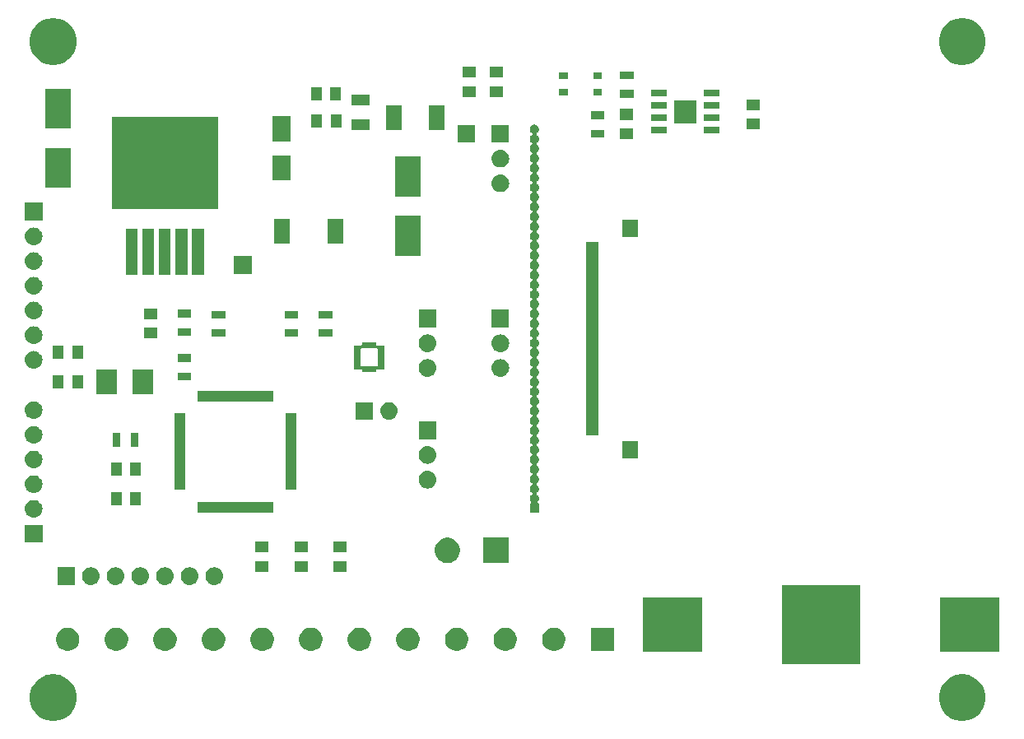
<source format=gbr>
G04 #@! TF.GenerationSoftware,KiCad,Pcbnew,5.1.0*
G04 #@! TF.CreationDate,2019-04-02T23:30:48-05:00*
G04 #@! TF.ProjectId,Cluster,436c7573-7465-4722-9e6b-696361645f70,rev?*
G04 #@! TF.SameCoordinates,Original*
G04 #@! TF.FileFunction,Soldermask,Top*
G04 #@! TF.FilePolarity,Negative*
%FSLAX46Y46*%
G04 Gerber Fmt 4.6, Leading zero omitted, Abs format (unit mm)*
G04 Created by KiCad (PCBNEW 5.1.0) date 2019-04-02 23:30:48*
%MOMM*%
%LPD*%
G04 APERTURE LIST*
%ADD10C,0.100000*%
G04 APERTURE END LIST*
D10*
G36*
X178467640Y-101780000D02*
G01*
X179080000Y-101780000D01*
X179080000Y-102218797D01*
X178467640Y-102218797D01*
X178467640Y-101780000D01*
G37*
G36*
X178468000Y-102280000D02*
G01*
X179080000Y-102280000D01*
X179080000Y-102719635D01*
X178468000Y-102719635D01*
X178468000Y-102280000D01*
G37*
G36*
X178467830Y-102780000D02*
G01*
X179080000Y-102780000D01*
X179080000Y-103220313D01*
X178467830Y-103220313D01*
X178467830Y-102780000D01*
G37*
G36*
X178468260Y-103280000D02*
G01*
X179080000Y-103280000D01*
X179080000Y-103720817D01*
X178468260Y-103720817D01*
X178468260Y-103280000D01*
G37*
G36*
X178469140Y-103780000D02*
G01*
X179080000Y-103780000D01*
X179080000Y-104220680D01*
X178469140Y-104220680D01*
X178469140Y-103780000D01*
G37*
G36*
X181530000Y-103720259D02*
G01*
X180920331Y-103720259D01*
X180920331Y-103280000D01*
X181530000Y-103280000D01*
X181530000Y-103720259D01*
G37*
G36*
X181530000Y-103220377D02*
G01*
X180921578Y-103220377D01*
X180921578Y-102780000D01*
X181530000Y-102780000D01*
X181530000Y-103220377D01*
G37*
G36*
X181530000Y-102719712D02*
G01*
X180920945Y-102719712D01*
X180920945Y-102280000D01*
X181530000Y-102280000D01*
X181530000Y-102719712D01*
G37*
G36*
X181530000Y-102219927D02*
G01*
X180920086Y-102219927D01*
X180920086Y-101780000D01*
X181530000Y-101780000D01*
X181530000Y-102219927D01*
G37*
G36*
X181530000Y-104221920D02*
G01*
X180921448Y-104221920D01*
X180921448Y-103780000D01*
X181530000Y-103780000D01*
X181530000Y-104221920D01*
G37*
G36*
X180279818Y-104530180D02*
G01*
X180279818Y-103920238D01*
X180720239Y-103920238D01*
X180720239Y-104530180D01*
X180279818Y-104530180D01*
G37*
G36*
X179779291Y-104530710D02*
G01*
X179779291Y-103920461D01*
X180220461Y-103920461D01*
X180220461Y-104530710D01*
X179779291Y-104530710D01*
G37*
G36*
X179279697Y-104530300D02*
G01*
X179279697Y-103920086D01*
X179720086Y-103920086D01*
X179720086Y-104530300D01*
X179279697Y-104530300D01*
G37*
G36*
X180719952Y-101469950D02*
G01*
X180719952Y-102079929D01*
X180280071Y-102079928D01*
X180280072Y-101469950D01*
X180719952Y-101469950D01*
G37*
G36*
X180219609Y-101469610D02*
G01*
X180219608Y-102079792D01*
X179780208Y-102079791D01*
X179780209Y-101469610D01*
X180219609Y-101469610D01*
G37*
G36*
X179719578Y-101469580D02*
G01*
X179719577Y-102079952D01*
X179280048Y-102079952D01*
X179280048Y-101469580D01*
X179719578Y-101469580D01*
G37*
G36*
X241468412Y-135645135D02*
G01*
X241700346Y-135691269D01*
X242137300Y-135872262D01*
X242530548Y-136135022D01*
X242864978Y-136469452D01*
X243127738Y-136862700D01*
X243308731Y-137299654D01*
X243401000Y-137763522D01*
X243401000Y-138236478D01*
X243308731Y-138700346D01*
X243127738Y-139137300D01*
X242864978Y-139530548D01*
X242530548Y-139864978D01*
X242137300Y-140127738D01*
X241700346Y-140308731D01*
X241468412Y-140354866D01*
X241236479Y-140401000D01*
X240763521Y-140401000D01*
X240531588Y-140354866D01*
X240299654Y-140308731D01*
X239862700Y-140127738D01*
X239469452Y-139864978D01*
X239135022Y-139530548D01*
X238872262Y-139137300D01*
X238691269Y-138700346D01*
X238599000Y-138236478D01*
X238599000Y-137763522D01*
X238691269Y-137299654D01*
X238872262Y-136862700D01*
X239135022Y-136469452D01*
X239469452Y-136135022D01*
X239862700Y-135872262D01*
X240299654Y-135691269D01*
X240531588Y-135645135D01*
X240763521Y-135599000D01*
X241236479Y-135599000D01*
X241468412Y-135645135D01*
X241468412Y-135645135D01*
G37*
G36*
X147968412Y-135645135D02*
G01*
X148200346Y-135691269D01*
X148637300Y-135872262D01*
X149030548Y-136135022D01*
X149364978Y-136469452D01*
X149627738Y-136862700D01*
X149808731Y-137299654D01*
X149901000Y-137763522D01*
X149901000Y-138236478D01*
X149808731Y-138700346D01*
X149627738Y-139137300D01*
X149364978Y-139530548D01*
X149030548Y-139864978D01*
X148637300Y-140127738D01*
X148200346Y-140308731D01*
X147968412Y-140354866D01*
X147736479Y-140401000D01*
X147263521Y-140401000D01*
X147031588Y-140354866D01*
X146799654Y-140308731D01*
X146362700Y-140127738D01*
X145969452Y-139864978D01*
X145635022Y-139530548D01*
X145372262Y-139137300D01*
X145191269Y-138700346D01*
X145099000Y-138236478D01*
X145099000Y-137763522D01*
X145191269Y-137299654D01*
X145372262Y-136862700D01*
X145635022Y-136469452D01*
X145969452Y-136135022D01*
X146362700Y-135872262D01*
X146799654Y-135691269D01*
X147031588Y-135645135D01*
X147263521Y-135599000D01*
X147736479Y-135599000D01*
X147968412Y-135645135D01*
X147968412Y-135645135D01*
G37*
G36*
X230551000Y-134551000D02*
G01*
X222449000Y-134551000D01*
X222449000Y-126449000D01*
X230551000Y-126449000D01*
X230551000Y-134551000D01*
X230551000Y-134551000D01*
G37*
G36*
X214251000Y-133301000D02*
G01*
X208149000Y-133301000D01*
X208149000Y-127699000D01*
X214251000Y-127699000D01*
X214251000Y-133301000D01*
X214251000Y-133301000D01*
G37*
G36*
X244851000Y-133301000D02*
G01*
X238749000Y-133301000D01*
X238749000Y-127699000D01*
X244851000Y-127699000D01*
X244851000Y-133301000D01*
X244851000Y-133301000D01*
G37*
G36*
X164350318Y-130845153D02*
G01*
X164568885Y-130935687D01*
X164568887Y-130935688D01*
X164765593Y-131067122D01*
X164932878Y-131234407D01*
X165064312Y-131431113D01*
X165064313Y-131431115D01*
X165154847Y-131649682D01*
X165201000Y-131881710D01*
X165201000Y-132118290D01*
X165154847Y-132350318D01*
X165064313Y-132568885D01*
X165064312Y-132568887D01*
X164932878Y-132765593D01*
X164765593Y-132932878D01*
X164568887Y-133064312D01*
X164568886Y-133064313D01*
X164568885Y-133064313D01*
X164350318Y-133154847D01*
X164118290Y-133201000D01*
X163881710Y-133201000D01*
X163649682Y-133154847D01*
X163431115Y-133064313D01*
X163431114Y-133064313D01*
X163431113Y-133064312D01*
X163234407Y-132932878D01*
X163067122Y-132765593D01*
X162935688Y-132568887D01*
X162935687Y-132568885D01*
X162845153Y-132350318D01*
X162799000Y-132118290D01*
X162799000Y-131881710D01*
X162845153Y-131649682D01*
X162935687Y-131431115D01*
X162935688Y-131431113D01*
X163067122Y-131234407D01*
X163234407Y-131067122D01*
X163431113Y-130935688D01*
X163431115Y-130935687D01*
X163649682Y-130845153D01*
X163881710Y-130799000D01*
X164118290Y-130799000D01*
X164350318Y-130845153D01*
X164350318Y-130845153D01*
G37*
G36*
X205201000Y-133201000D02*
G01*
X202799000Y-133201000D01*
X202799000Y-130799000D01*
X205201000Y-130799000D01*
X205201000Y-133201000D01*
X205201000Y-133201000D01*
G37*
G36*
X149350318Y-130845153D02*
G01*
X149568885Y-130935687D01*
X149568887Y-130935688D01*
X149765593Y-131067122D01*
X149932878Y-131234407D01*
X150064312Y-131431113D01*
X150064313Y-131431115D01*
X150154847Y-131649682D01*
X150201000Y-131881710D01*
X150201000Y-132118290D01*
X150154847Y-132350318D01*
X150064313Y-132568885D01*
X150064312Y-132568887D01*
X149932878Y-132765593D01*
X149765593Y-132932878D01*
X149568887Y-133064312D01*
X149568886Y-133064313D01*
X149568885Y-133064313D01*
X149350318Y-133154847D01*
X149118290Y-133201000D01*
X148881710Y-133201000D01*
X148649682Y-133154847D01*
X148431115Y-133064313D01*
X148431114Y-133064313D01*
X148431113Y-133064312D01*
X148234407Y-132932878D01*
X148067122Y-132765593D01*
X147935688Y-132568887D01*
X147935687Y-132568885D01*
X147845153Y-132350318D01*
X147799000Y-132118290D01*
X147799000Y-131881710D01*
X147845153Y-131649682D01*
X147935687Y-131431115D01*
X147935688Y-131431113D01*
X148067122Y-131234407D01*
X148234407Y-131067122D01*
X148431113Y-130935688D01*
X148431115Y-130935687D01*
X148649682Y-130845153D01*
X148881710Y-130799000D01*
X149118290Y-130799000D01*
X149350318Y-130845153D01*
X149350318Y-130845153D01*
G37*
G36*
X154350318Y-130845153D02*
G01*
X154568885Y-130935687D01*
X154568887Y-130935688D01*
X154765593Y-131067122D01*
X154932878Y-131234407D01*
X155064312Y-131431113D01*
X155064313Y-131431115D01*
X155154847Y-131649682D01*
X155201000Y-131881710D01*
X155201000Y-132118290D01*
X155154847Y-132350318D01*
X155064313Y-132568885D01*
X155064312Y-132568887D01*
X154932878Y-132765593D01*
X154765593Y-132932878D01*
X154568887Y-133064312D01*
X154568886Y-133064313D01*
X154568885Y-133064313D01*
X154350318Y-133154847D01*
X154118290Y-133201000D01*
X153881710Y-133201000D01*
X153649682Y-133154847D01*
X153431115Y-133064313D01*
X153431114Y-133064313D01*
X153431113Y-133064312D01*
X153234407Y-132932878D01*
X153067122Y-132765593D01*
X152935688Y-132568887D01*
X152935687Y-132568885D01*
X152845153Y-132350318D01*
X152799000Y-132118290D01*
X152799000Y-131881710D01*
X152845153Y-131649682D01*
X152935687Y-131431115D01*
X152935688Y-131431113D01*
X153067122Y-131234407D01*
X153234407Y-131067122D01*
X153431113Y-130935688D01*
X153431115Y-130935687D01*
X153649682Y-130845153D01*
X153881710Y-130799000D01*
X154118290Y-130799000D01*
X154350318Y-130845153D01*
X154350318Y-130845153D01*
G37*
G36*
X159350318Y-130845153D02*
G01*
X159568885Y-130935687D01*
X159568887Y-130935688D01*
X159765593Y-131067122D01*
X159932878Y-131234407D01*
X160064312Y-131431113D01*
X160064313Y-131431115D01*
X160154847Y-131649682D01*
X160201000Y-131881710D01*
X160201000Y-132118290D01*
X160154847Y-132350318D01*
X160064313Y-132568885D01*
X160064312Y-132568887D01*
X159932878Y-132765593D01*
X159765593Y-132932878D01*
X159568887Y-133064312D01*
X159568886Y-133064313D01*
X159568885Y-133064313D01*
X159350318Y-133154847D01*
X159118290Y-133201000D01*
X158881710Y-133201000D01*
X158649682Y-133154847D01*
X158431115Y-133064313D01*
X158431114Y-133064313D01*
X158431113Y-133064312D01*
X158234407Y-132932878D01*
X158067122Y-132765593D01*
X157935688Y-132568887D01*
X157935687Y-132568885D01*
X157845153Y-132350318D01*
X157799000Y-132118290D01*
X157799000Y-131881710D01*
X157845153Y-131649682D01*
X157935687Y-131431115D01*
X157935688Y-131431113D01*
X158067122Y-131234407D01*
X158234407Y-131067122D01*
X158431113Y-130935688D01*
X158431115Y-130935687D01*
X158649682Y-130845153D01*
X158881710Y-130799000D01*
X159118290Y-130799000D01*
X159350318Y-130845153D01*
X159350318Y-130845153D01*
G37*
G36*
X199350318Y-130845153D02*
G01*
X199568885Y-130935687D01*
X199568887Y-130935688D01*
X199765593Y-131067122D01*
X199932878Y-131234407D01*
X200064312Y-131431113D01*
X200064313Y-131431115D01*
X200154847Y-131649682D01*
X200201000Y-131881710D01*
X200201000Y-132118290D01*
X200154847Y-132350318D01*
X200064313Y-132568885D01*
X200064312Y-132568887D01*
X199932878Y-132765593D01*
X199765593Y-132932878D01*
X199568887Y-133064312D01*
X199568886Y-133064313D01*
X199568885Y-133064313D01*
X199350318Y-133154847D01*
X199118290Y-133201000D01*
X198881710Y-133201000D01*
X198649682Y-133154847D01*
X198431115Y-133064313D01*
X198431114Y-133064313D01*
X198431113Y-133064312D01*
X198234407Y-132932878D01*
X198067122Y-132765593D01*
X197935688Y-132568887D01*
X197935687Y-132568885D01*
X197845153Y-132350318D01*
X197799000Y-132118290D01*
X197799000Y-131881710D01*
X197845153Y-131649682D01*
X197935687Y-131431115D01*
X197935688Y-131431113D01*
X198067122Y-131234407D01*
X198234407Y-131067122D01*
X198431113Y-130935688D01*
X198431115Y-130935687D01*
X198649682Y-130845153D01*
X198881710Y-130799000D01*
X199118290Y-130799000D01*
X199350318Y-130845153D01*
X199350318Y-130845153D01*
G37*
G36*
X194350318Y-130845153D02*
G01*
X194568885Y-130935687D01*
X194568887Y-130935688D01*
X194765593Y-131067122D01*
X194932878Y-131234407D01*
X195064312Y-131431113D01*
X195064313Y-131431115D01*
X195154847Y-131649682D01*
X195201000Y-131881710D01*
X195201000Y-132118290D01*
X195154847Y-132350318D01*
X195064313Y-132568885D01*
X195064312Y-132568887D01*
X194932878Y-132765593D01*
X194765593Y-132932878D01*
X194568887Y-133064312D01*
X194568886Y-133064313D01*
X194568885Y-133064313D01*
X194350318Y-133154847D01*
X194118290Y-133201000D01*
X193881710Y-133201000D01*
X193649682Y-133154847D01*
X193431115Y-133064313D01*
X193431114Y-133064313D01*
X193431113Y-133064312D01*
X193234407Y-132932878D01*
X193067122Y-132765593D01*
X192935688Y-132568887D01*
X192935687Y-132568885D01*
X192845153Y-132350318D01*
X192799000Y-132118290D01*
X192799000Y-131881710D01*
X192845153Y-131649682D01*
X192935687Y-131431115D01*
X192935688Y-131431113D01*
X193067122Y-131234407D01*
X193234407Y-131067122D01*
X193431113Y-130935688D01*
X193431115Y-130935687D01*
X193649682Y-130845153D01*
X193881710Y-130799000D01*
X194118290Y-130799000D01*
X194350318Y-130845153D01*
X194350318Y-130845153D01*
G37*
G36*
X189350318Y-130845153D02*
G01*
X189568885Y-130935687D01*
X189568887Y-130935688D01*
X189765593Y-131067122D01*
X189932878Y-131234407D01*
X190064312Y-131431113D01*
X190064313Y-131431115D01*
X190154847Y-131649682D01*
X190201000Y-131881710D01*
X190201000Y-132118290D01*
X190154847Y-132350318D01*
X190064313Y-132568885D01*
X190064312Y-132568887D01*
X189932878Y-132765593D01*
X189765593Y-132932878D01*
X189568887Y-133064312D01*
X189568886Y-133064313D01*
X189568885Y-133064313D01*
X189350318Y-133154847D01*
X189118290Y-133201000D01*
X188881710Y-133201000D01*
X188649682Y-133154847D01*
X188431115Y-133064313D01*
X188431114Y-133064313D01*
X188431113Y-133064312D01*
X188234407Y-132932878D01*
X188067122Y-132765593D01*
X187935688Y-132568887D01*
X187935687Y-132568885D01*
X187845153Y-132350318D01*
X187799000Y-132118290D01*
X187799000Y-131881710D01*
X187845153Y-131649682D01*
X187935687Y-131431115D01*
X187935688Y-131431113D01*
X188067122Y-131234407D01*
X188234407Y-131067122D01*
X188431113Y-130935688D01*
X188431115Y-130935687D01*
X188649682Y-130845153D01*
X188881710Y-130799000D01*
X189118290Y-130799000D01*
X189350318Y-130845153D01*
X189350318Y-130845153D01*
G37*
G36*
X184350318Y-130845153D02*
G01*
X184568885Y-130935687D01*
X184568887Y-130935688D01*
X184765593Y-131067122D01*
X184932878Y-131234407D01*
X185064312Y-131431113D01*
X185064313Y-131431115D01*
X185154847Y-131649682D01*
X185201000Y-131881710D01*
X185201000Y-132118290D01*
X185154847Y-132350318D01*
X185064313Y-132568885D01*
X185064312Y-132568887D01*
X184932878Y-132765593D01*
X184765593Y-132932878D01*
X184568887Y-133064312D01*
X184568886Y-133064313D01*
X184568885Y-133064313D01*
X184350318Y-133154847D01*
X184118290Y-133201000D01*
X183881710Y-133201000D01*
X183649682Y-133154847D01*
X183431115Y-133064313D01*
X183431114Y-133064313D01*
X183431113Y-133064312D01*
X183234407Y-132932878D01*
X183067122Y-132765593D01*
X182935688Y-132568887D01*
X182935687Y-132568885D01*
X182845153Y-132350318D01*
X182799000Y-132118290D01*
X182799000Y-131881710D01*
X182845153Y-131649682D01*
X182935687Y-131431115D01*
X182935688Y-131431113D01*
X183067122Y-131234407D01*
X183234407Y-131067122D01*
X183431113Y-130935688D01*
X183431115Y-130935687D01*
X183649682Y-130845153D01*
X183881710Y-130799000D01*
X184118290Y-130799000D01*
X184350318Y-130845153D01*
X184350318Y-130845153D01*
G37*
G36*
X179350318Y-130845153D02*
G01*
X179568885Y-130935687D01*
X179568887Y-130935688D01*
X179765593Y-131067122D01*
X179932878Y-131234407D01*
X180064312Y-131431113D01*
X180064313Y-131431115D01*
X180154847Y-131649682D01*
X180201000Y-131881710D01*
X180201000Y-132118290D01*
X180154847Y-132350318D01*
X180064313Y-132568885D01*
X180064312Y-132568887D01*
X179932878Y-132765593D01*
X179765593Y-132932878D01*
X179568887Y-133064312D01*
X179568886Y-133064313D01*
X179568885Y-133064313D01*
X179350318Y-133154847D01*
X179118290Y-133201000D01*
X178881710Y-133201000D01*
X178649682Y-133154847D01*
X178431115Y-133064313D01*
X178431114Y-133064313D01*
X178431113Y-133064312D01*
X178234407Y-132932878D01*
X178067122Y-132765593D01*
X177935688Y-132568887D01*
X177935687Y-132568885D01*
X177845153Y-132350318D01*
X177799000Y-132118290D01*
X177799000Y-131881710D01*
X177845153Y-131649682D01*
X177935687Y-131431115D01*
X177935688Y-131431113D01*
X178067122Y-131234407D01*
X178234407Y-131067122D01*
X178431113Y-130935688D01*
X178431115Y-130935687D01*
X178649682Y-130845153D01*
X178881710Y-130799000D01*
X179118290Y-130799000D01*
X179350318Y-130845153D01*
X179350318Y-130845153D01*
G37*
G36*
X174350318Y-130845153D02*
G01*
X174568885Y-130935687D01*
X174568887Y-130935688D01*
X174765593Y-131067122D01*
X174932878Y-131234407D01*
X175064312Y-131431113D01*
X175064313Y-131431115D01*
X175154847Y-131649682D01*
X175201000Y-131881710D01*
X175201000Y-132118290D01*
X175154847Y-132350318D01*
X175064313Y-132568885D01*
X175064312Y-132568887D01*
X174932878Y-132765593D01*
X174765593Y-132932878D01*
X174568887Y-133064312D01*
X174568886Y-133064313D01*
X174568885Y-133064313D01*
X174350318Y-133154847D01*
X174118290Y-133201000D01*
X173881710Y-133201000D01*
X173649682Y-133154847D01*
X173431115Y-133064313D01*
X173431114Y-133064313D01*
X173431113Y-133064312D01*
X173234407Y-132932878D01*
X173067122Y-132765593D01*
X172935688Y-132568887D01*
X172935687Y-132568885D01*
X172845153Y-132350318D01*
X172799000Y-132118290D01*
X172799000Y-131881710D01*
X172845153Y-131649682D01*
X172935687Y-131431115D01*
X172935688Y-131431113D01*
X173067122Y-131234407D01*
X173234407Y-131067122D01*
X173431113Y-130935688D01*
X173431115Y-130935687D01*
X173649682Y-130845153D01*
X173881710Y-130799000D01*
X174118290Y-130799000D01*
X174350318Y-130845153D01*
X174350318Y-130845153D01*
G37*
G36*
X169350318Y-130845153D02*
G01*
X169568885Y-130935687D01*
X169568887Y-130935688D01*
X169765593Y-131067122D01*
X169932878Y-131234407D01*
X170064312Y-131431113D01*
X170064313Y-131431115D01*
X170154847Y-131649682D01*
X170201000Y-131881710D01*
X170201000Y-132118290D01*
X170154847Y-132350318D01*
X170064313Y-132568885D01*
X170064312Y-132568887D01*
X169932878Y-132765593D01*
X169765593Y-132932878D01*
X169568887Y-133064312D01*
X169568886Y-133064313D01*
X169568885Y-133064313D01*
X169350318Y-133154847D01*
X169118290Y-133201000D01*
X168881710Y-133201000D01*
X168649682Y-133154847D01*
X168431115Y-133064313D01*
X168431114Y-133064313D01*
X168431113Y-133064312D01*
X168234407Y-132932878D01*
X168067122Y-132765593D01*
X167935688Y-132568887D01*
X167935687Y-132568885D01*
X167845153Y-132350318D01*
X167799000Y-132118290D01*
X167799000Y-131881710D01*
X167845153Y-131649682D01*
X167935687Y-131431115D01*
X167935688Y-131431113D01*
X168067122Y-131234407D01*
X168234407Y-131067122D01*
X168431113Y-130935688D01*
X168431115Y-130935687D01*
X168649682Y-130845153D01*
X168881710Y-130799000D01*
X169118290Y-130799000D01*
X169350318Y-130845153D01*
X169350318Y-130845153D01*
G37*
G36*
X159110443Y-124605519D02*
G01*
X159176627Y-124612037D01*
X159346466Y-124663557D01*
X159502991Y-124747222D01*
X159538729Y-124776552D01*
X159640186Y-124859814D01*
X159723448Y-124961271D01*
X159752778Y-124997009D01*
X159836443Y-125153534D01*
X159887963Y-125323373D01*
X159905359Y-125500000D01*
X159887963Y-125676627D01*
X159836443Y-125846466D01*
X159752778Y-126002991D01*
X159723448Y-126038729D01*
X159640186Y-126140186D01*
X159538729Y-126223448D01*
X159502991Y-126252778D01*
X159346466Y-126336443D01*
X159176627Y-126387963D01*
X159110443Y-126394481D01*
X159044260Y-126401000D01*
X158955740Y-126401000D01*
X158889557Y-126394481D01*
X158823373Y-126387963D01*
X158653534Y-126336443D01*
X158497009Y-126252778D01*
X158461271Y-126223448D01*
X158359814Y-126140186D01*
X158276552Y-126038729D01*
X158247222Y-126002991D01*
X158163557Y-125846466D01*
X158112037Y-125676627D01*
X158094641Y-125500000D01*
X158112037Y-125323373D01*
X158163557Y-125153534D01*
X158247222Y-124997009D01*
X158276552Y-124961271D01*
X158359814Y-124859814D01*
X158461271Y-124776552D01*
X158497009Y-124747222D01*
X158653534Y-124663557D01*
X158823373Y-124612037D01*
X158889557Y-124605519D01*
X158955740Y-124599000D01*
X159044260Y-124599000D01*
X159110443Y-124605519D01*
X159110443Y-124605519D01*
G37*
G36*
X149741000Y-126401000D02*
G01*
X147939000Y-126401000D01*
X147939000Y-124599000D01*
X149741000Y-124599000D01*
X149741000Y-126401000D01*
X149741000Y-126401000D01*
G37*
G36*
X154030443Y-124605519D02*
G01*
X154096627Y-124612037D01*
X154266466Y-124663557D01*
X154422991Y-124747222D01*
X154458729Y-124776552D01*
X154560186Y-124859814D01*
X154643448Y-124961271D01*
X154672778Y-124997009D01*
X154756443Y-125153534D01*
X154807963Y-125323373D01*
X154825359Y-125500000D01*
X154807963Y-125676627D01*
X154756443Y-125846466D01*
X154672778Y-126002991D01*
X154643448Y-126038729D01*
X154560186Y-126140186D01*
X154458729Y-126223448D01*
X154422991Y-126252778D01*
X154266466Y-126336443D01*
X154096627Y-126387963D01*
X154030443Y-126394481D01*
X153964260Y-126401000D01*
X153875740Y-126401000D01*
X153809557Y-126394481D01*
X153743373Y-126387963D01*
X153573534Y-126336443D01*
X153417009Y-126252778D01*
X153381271Y-126223448D01*
X153279814Y-126140186D01*
X153196552Y-126038729D01*
X153167222Y-126002991D01*
X153083557Y-125846466D01*
X153032037Y-125676627D01*
X153014641Y-125500000D01*
X153032037Y-125323373D01*
X153083557Y-125153534D01*
X153167222Y-124997009D01*
X153196552Y-124961271D01*
X153279814Y-124859814D01*
X153381271Y-124776552D01*
X153417009Y-124747222D01*
X153573534Y-124663557D01*
X153743373Y-124612037D01*
X153809557Y-124605519D01*
X153875740Y-124599000D01*
X153964260Y-124599000D01*
X154030443Y-124605519D01*
X154030443Y-124605519D01*
G37*
G36*
X156570443Y-124605519D02*
G01*
X156636627Y-124612037D01*
X156806466Y-124663557D01*
X156962991Y-124747222D01*
X156998729Y-124776552D01*
X157100186Y-124859814D01*
X157183448Y-124961271D01*
X157212778Y-124997009D01*
X157296443Y-125153534D01*
X157347963Y-125323373D01*
X157365359Y-125500000D01*
X157347963Y-125676627D01*
X157296443Y-125846466D01*
X157212778Y-126002991D01*
X157183448Y-126038729D01*
X157100186Y-126140186D01*
X156998729Y-126223448D01*
X156962991Y-126252778D01*
X156806466Y-126336443D01*
X156636627Y-126387963D01*
X156570443Y-126394481D01*
X156504260Y-126401000D01*
X156415740Y-126401000D01*
X156349557Y-126394481D01*
X156283373Y-126387963D01*
X156113534Y-126336443D01*
X155957009Y-126252778D01*
X155921271Y-126223448D01*
X155819814Y-126140186D01*
X155736552Y-126038729D01*
X155707222Y-126002991D01*
X155623557Y-125846466D01*
X155572037Y-125676627D01*
X155554641Y-125500000D01*
X155572037Y-125323373D01*
X155623557Y-125153534D01*
X155707222Y-124997009D01*
X155736552Y-124961271D01*
X155819814Y-124859814D01*
X155921271Y-124776552D01*
X155957009Y-124747222D01*
X156113534Y-124663557D01*
X156283373Y-124612037D01*
X156349557Y-124605519D01*
X156415740Y-124599000D01*
X156504260Y-124599000D01*
X156570443Y-124605519D01*
X156570443Y-124605519D01*
G37*
G36*
X164190443Y-124605519D02*
G01*
X164256627Y-124612037D01*
X164426466Y-124663557D01*
X164582991Y-124747222D01*
X164618729Y-124776552D01*
X164720186Y-124859814D01*
X164803448Y-124961271D01*
X164832778Y-124997009D01*
X164916443Y-125153534D01*
X164967963Y-125323373D01*
X164985359Y-125500000D01*
X164967963Y-125676627D01*
X164916443Y-125846466D01*
X164832778Y-126002991D01*
X164803448Y-126038729D01*
X164720186Y-126140186D01*
X164618729Y-126223448D01*
X164582991Y-126252778D01*
X164426466Y-126336443D01*
X164256627Y-126387963D01*
X164190443Y-126394481D01*
X164124260Y-126401000D01*
X164035740Y-126401000D01*
X163969557Y-126394481D01*
X163903373Y-126387963D01*
X163733534Y-126336443D01*
X163577009Y-126252778D01*
X163541271Y-126223448D01*
X163439814Y-126140186D01*
X163356552Y-126038729D01*
X163327222Y-126002991D01*
X163243557Y-125846466D01*
X163192037Y-125676627D01*
X163174641Y-125500000D01*
X163192037Y-125323373D01*
X163243557Y-125153534D01*
X163327222Y-124997009D01*
X163356552Y-124961271D01*
X163439814Y-124859814D01*
X163541271Y-124776552D01*
X163577009Y-124747222D01*
X163733534Y-124663557D01*
X163903373Y-124612037D01*
X163969557Y-124605519D01*
X164035740Y-124599000D01*
X164124260Y-124599000D01*
X164190443Y-124605519D01*
X164190443Y-124605519D01*
G37*
G36*
X161650443Y-124605519D02*
G01*
X161716627Y-124612037D01*
X161886466Y-124663557D01*
X162042991Y-124747222D01*
X162078729Y-124776552D01*
X162180186Y-124859814D01*
X162263448Y-124961271D01*
X162292778Y-124997009D01*
X162376443Y-125153534D01*
X162427963Y-125323373D01*
X162445359Y-125500000D01*
X162427963Y-125676627D01*
X162376443Y-125846466D01*
X162292778Y-126002991D01*
X162263448Y-126038729D01*
X162180186Y-126140186D01*
X162078729Y-126223448D01*
X162042991Y-126252778D01*
X161886466Y-126336443D01*
X161716627Y-126387963D01*
X161650443Y-126394481D01*
X161584260Y-126401000D01*
X161495740Y-126401000D01*
X161429557Y-126394481D01*
X161363373Y-126387963D01*
X161193534Y-126336443D01*
X161037009Y-126252778D01*
X161001271Y-126223448D01*
X160899814Y-126140186D01*
X160816552Y-126038729D01*
X160787222Y-126002991D01*
X160703557Y-125846466D01*
X160652037Y-125676627D01*
X160634641Y-125500000D01*
X160652037Y-125323373D01*
X160703557Y-125153534D01*
X160787222Y-124997009D01*
X160816552Y-124961271D01*
X160899814Y-124859814D01*
X161001271Y-124776552D01*
X161037009Y-124747222D01*
X161193534Y-124663557D01*
X161363373Y-124612037D01*
X161429557Y-124605519D01*
X161495740Y-124599000D01*
X161584260Y-124599000D01*
X161650443Y-124605519D01*
X161650443Y-124605519D01*
G37*
G36*
X151490443Y-124605519D02*
G01*
X151556627Y-124612037D01*
X151726466Y-124663557D01*
X151882991Y-124747222D01*
X151918729Y-124776552D01*
X152020186Y-124859814D01*
X152103448Y-124961271D01*
X152132778Y-124997009D01*
X152216443Y-125153534D01*
X152267963Y-125323373D01*
X152285359Y-125500000D01*
X152267963Y-125676627D01*
X152216443Y-125846466D01*
X152132778Y-126002991D01*
X152103448Y-126038729D01*
X152020186Y-126140186D01*
X151918729Y-126223448D01*
X151882991Y-126252778D01*
X151726466Y-126336443D01*
X151556627Y-126387963D01*
X151490443Y-126394481D01*
X151424260Y-126401000D01*
X151335740Y-126401000D01*
X151269557Y-126394481D01*
X151203373Y-126387963D01*
X151033534Y-126336443D01*
X150877009Y-126252778D01*
X150841271Y-126223448D01*
X150739814Y-126140186D01*
X150656552Y-126038729D01*
X150627222Y-126002991D01*
X150543557Y-125846466D01*
X150492037Y-125676627D01*
X150474641Y-125500000D01*
X150492037Y-125323373D01*
X150543557Y-125153534D01*
X150627222Y-124997009D01*
X150656552Y-124961271D01*
X150739814Y-124859814D01*
X150841271Y-124776552D01*
X150877009Y-124747222D01*
X151033534Y-124663557D01*
X151203373Y-124612037D01*
X151269557Y-124605519D01*
X151335740Y-124599000D01*
X151424260Y-124599000D01*
X151490443Y-124605519D01*
X151490443Y-124605519D01*
G37*
G36*
X169676000Y-125051000D02*
G01*
X168324000Y-125051000D01*
X168324000Y-123949000D01*
X169676000Y-123949000D01*
X169676000Y-125051000D01*
X169676000Y-125051000D01*
G37*
G36*
X173676000Y-125051000D02*
G01*
X172324000Y-125051000D01*
X172324000Y-123949000D01*
X173676000Y-123949000D01*
X173676000Y-125051000D01*
X173676000Y-125051000D01*
G37*
G36*
X177676000Y-125051000D02*
G01*
X176324000Y-125051000D01*
X176324000Y-123949000D01*
X177676000Y-123949000D01*
X177676000Y-125051000D01*
X177676000Y-125051000D01*
G37*
G36*
X188429487Y-121598996D02*
G01*
X188666253Y-121697068D01*
X188666255Y-121697069D01*
X188879339Y-121839447D01*
X189060553Y-122020661D01*
X189202932Y-122233747D01*
X189301004Y-122470513D01*
X189351000Y-122721861D01*
X189351000Y-122978139D01*
X189301004Y-123229487D01*
X189202932Y-123466253D01*
X189202931Y-123466255D01*
X189060553Y-123679339D01*
X188879339Y-123860553D01*
X188666255Y-124002931D01*
X188666254Y-124002932D01*
X188666253Y-124002932D01*
X188429487Y-124101004D01*
X188178139Y-124151000D01*
X187921861Y-124151000D01*
X187670513Y-124101004D01*
X187433747Y-124002932D01*
X187433746Y-124002932D01*
X187433745Y-124002931D01*
X187220661Y-123860553D01*
X187039447Y-123679339D01*
X186897069Y-123466255D01*
X186897068Y-123466253D01*
X186798996Y-123229487D01*
X186749000Y-122978139D01*
X186749000Y-122721861D01*
X186798996Y-122470513D01*
X186897068Y-122233747D01*
X187039447Y-122020661D01*
X187220661Y-121839447D01*
X187433745Y-121697069D01*
X187433747Y-121697068D01*
X187670513Y-121598996D01*
X187921861Y-121549000D01*
X188178139Y-121549000D01*
X188429487Y-121598996D01*
X188429487Y-121598996D01*
G37*
G36*
X194351000Y-124151000D02*
G01*
X191749000Y-124151000D01*
X191749000Y-121549000D01*
X194351000Y-121549000D01*
X194351000Y-124151000D01*
X194351000Y-124151000D01*
G37*
G36*
X177676000Y-123051000D02*
G01*
X176324000Y-123051000D01*
X176324000Y-121949000D01*
X177676000Y-121949000D01*
X177676000Y-123051000D01*
X177676000Y-123051000D01*
G37*
G36*
X173676000Y-123051000D02*
G01*
X172324000Y-123051000D01*
X172324000Y-121949000D01*
X173676000Y-121949000D01*
X173676000Y-123051000D01*
X173676000Y-123051000D01*
G37*
G36*
X169676000Y-123051000D02*
G01*
X168324000Y-123051000D01*
X168324000Y-121949000D01*
X169676000Y-121949000D01*
X169676000Y-123051000D01*
X169676000Y-123051000D01*
G37*
G36*
X146401000Y-122021000D02*
G01*
X144599000Y-122021000D01*
X144599000Y-120219000D01*
X146401000Y-120219000D01*
X146401000Y-122021000D01*
X146401000Y-122021000D01*
G37*
G36*
X145585288Y-117683041D02*
G01*
X145676627Y-117692037D01*
X145846466Y-117743557D01*
X146002991Y-117827222D01*
X146038729Y-117856552D01*
X146140186Y-117939814D01*
X146223448Y-118041271D01*
X146252778Y-118077009D01*
X146336443Y-118233534D01*
X146387963Y-118403373D01*
X146405359Y-118580000D01*
X146387963Y-118756627D01*
X146336443Y-118926466D01*
X146252778Y-119082991D01*
X146223448Y-119118729D01*
X146140186Y-119220186D01*
X146038729Y-119303448D01*
X146002991Y-119332778D01*
X145846466Y-119416443D01*
X145676627Y-119467963D01*
X145610443Y-119474481D01*
X145544260Y-119481000D01*
X145455740Y-119481000D01*
X145389557Y-119474481D01*
X145323373Y-119467963D01*
X145153534Y-119416443D01*
X144997009Y-119332778D01*
X144961271Y-119303448D01*
X144859814Y-119220186D01*
X144776552Y-119118729D01*
X144747222Y-119082991D01*
X144663557Y-118926466D01*
X144612037Y-118756627D01*
X144594641Y-118580000D01*
X144612037Y-118403373D01*
X144663557Y-118233534D01*
X144747222Y-118077009D01*
X144776552Y-118041271D01*
X144859814Y-117939814D01*
X144961271Y-117856552D01*
X144997009Y-117827222D01*
X145153534Y-117743557D01*
X145323373Y-117692037D01*
X145414712Y-117683041D01*
X145455740Y-117679000D01*
X145544260Y-117679000D01*
X145585288Y-117683041D01*
X145585288Y-117683041D01*
G37*
G36*
X197093312Y-79030887D02*
G01*
X197183039Y-79058106D01*
X197265731Y-79102306D01*
X197338211Y-79161789D01*
X197397694Y-79234269D01*
X197441894Y-79316961D01*
X197469113Y-79406688D01*
X197478303Y-79500000D01*
X197469113Y-79593312D01*
X197441894Y-79683039D01*
X197397694Y-79765731D01*
X197338211Y-79838211D01*
X197265731Y-79897694D01*
X197265726Y-79897697D01*
X197258808Y-79903374D01*
X197241481Y-79920701D01*
X197227867Y-79941075D01*
X197218490Y-79963714D01*
X197213709Y-79987747D01*
X197213709Y-80012251D01*
X197218489Y-80036285D01*
X197227866Y-80058924D01*
X197241480Y-80079298D01*
X197258808Y-80096626D01*
X197265726Y-80102303D01*
X197265731Y-80102306D01*
X197338211Y-80161789D01*
X197397694Y-80234269D01*
X197441894Y-80316961D01*
X197469113Y-80406688D01*
X197478303Y-80500000D01*
X197469113Y-80593312D01*
X197441894Y-80683039D01*
X197397694Y-80765731D01*
X197338211Y-80838211D01*
X197265731Y-80897694D01*
X197265726Y-80897697D01*
X197258808Y-80903374D01*
X197241481Y-80920701D01*
X197227867Y-80941075D01*
X197218490Y-80963714D01*
X197213709Y-80987747D01*
X197213709Y-81012251D01*
X197218489Y-81036285D01*
X197227866Y-81058924D01*
X197241480Y-81079298D01*
X197258808Y-81096626D01*
X197265726Y-81102303D01*
X197265731Y-81102306D01*
X197338211Y-81161789D01*
X197397694Y-81234269D01*
X197441894Y-81316961D01*
X197469113Y-81406688D01*
X197478303Y-81500000D01*
X197469113Y-81593312D01*
X197441894Y-81683039D01*
X197397694Y-81765731D01*
X197338211Y-81838211D01*
X197265731Y-81897694D01*
X197265726Y-81897697D01*
X197258808Y-81903374D01*
X197241481Y-81920701D01*
X197227867Y-81941075D01*
X197218490Y-81963714D01*
X197213709Y-81987747D01*
X197213709Y-82012251D01*
X197218489Y-82036285D01*
X197227866Y-82058924D01*
X197241480Y-82079298D01*
X197258808Y-82096626D01*
X197265726Y-82102303D01*
X197265731Y-82102306D01*
X197338211Y-82161789D01*
X197397694Y-82234269D01*
X197441894Y-82316961D01*
X197469113Y-82406688D01*
X197478303Y-82500000D01*
X197469113Y-82593312D01*
X197441894Y-82683039D01*
X197397694Y-82765731D01*
X197338211Y-82838211D01*
X197265731Y-82897694D01*
X197265726Y-82897697D01*
X197258808Y-82903374D01*
X197241481Y-82920701D01*
X197227867Y-82941075D01*
X197218490Y-82963714D01*
X197213709Y-82987747D01*
X197213709Y-83012251D01*
X197218489Y-83036285D01*
X197227866Y-83058924D01*
X197241480Y-83079298D01*
X197258808Y-83096626D01*
X197265726Y-83102303D01*
X197265731Y-83102306D01*
X197338211Y-83161789D01*
X197397694Y-83234269D01*
X197441894Y-83316961D01*
X197469113Y-83406688D01*
X197478303Y-83500000D01*
X197469113Y-83593312D01*
X197441894Y-83683039D01*
X197397694Y-83765731D01*
X197338211Y-83838211D01*
X197265731Y-83897694D01*
X197265726Y-83897697D01*
X197258808Y-83903374D01*
X197241481Y-83920701D01*
X197227867Y-83941075D01*
X197218490Y-83963714D01*
X197213709Y-83987747D01*
X197213709Y-84012251D01*
X197218489Y-84036285D01*
X197227866Y-84058924D01*
X197241480Y-84079298D01*
X197258808Y-84096626D01*
X197265726Y-84102303D01*
X197265731Y-84102306D01*
X197338211Y-84161789D01*
X197397694Y-84234269D01*
X197441894Y-84316961D01*
X197469113Y-84406688D01*
X197478303Y-84500000D01*
X197469113Y-84593312D01*
X197441894Y-84683039D01*
X197397694Y-84765731D01*
X197338211Y-84838211D01*
X197265731Y-84897694D01*
X197265726Y-84897697D01*
X197258808Y-84903374D01*
X197241481Y-84920701D01*
X197227867Y-84941075D01*
X197218490Y-84963714D01*
X197213709Y-84987747D01*
X197213709Y-85012251D01*
X197218489Y-85036285D01*
X197227866Y-85058924D01*
X197241480Y-85079298D01*
X197258808Y-85096626D01*
X197265726Y-85102303D01*
X197265731Y-85102306D01*
X197338211Y-85161789D01*
X197397694Y-85234269D01*
X197441894Y-85316961D01*
X197469113Y-85406688D01*
X197478303Y-85500000D01*
X197469113Y-85593312D01*
X197441894Y-85683039D01*
X197397694Y-85765731D01*
X197338211Y-85838211D01*
X197265731Y-85897694D01*
X197265726Y-85897697D01*
X197258808Y-85903374D01*
X197241481Y-85920701D01*
X197227867Y-85941075D01*
X197218490Y-85963714D01*
X197213709Y-85987747D01*
X197213709Y-86012251D01*
X197218489Y-86036285D01*
X197227866Y-86058924D01*
X197241480Y-86079298D01*
X197258808Y-86096626D01*
X197265726Y-86102303D01*
X197265731Y-86102306D01*
X197338211Y-86161789D01*
X197397694Y-86234269D01*
X197441894Y-86316961D01*
X197469113Y-86406688D01*
X197478303Y-86500000D01*
X197469113Y-86593312D01*
X197441894Y-86683039D01*
X197397694Y-86765731D01*
X197338211Y-86838211D01*
X197265731Y-86897694D01*
X197265726Y-86897697D01*
X197258808Y-86903374D01*
X197241481Y-86920701D01*
X197227867Y-86941075D01*
X197218490Y-86963714D01*
X197213709Y-86987747D01*
X197213709Y-87012251D01*
X197218489Y-87036285D01*
X197227866Y-87058924D01*
X197241480Y-87079298D01*
X197258808Y-87096626D01*
X197265726Y-87102303D01*
X197265731Y-87102306D01*
X197338211Y-87161789D01*
X197397694Y-87234269D01*
X197441894Y-87316961D01*
X197469113Y-87406688D01*
X197478303Y-87500000D01*
X197469113Y-87593312D01*
X197441894Y-87683039D01*
X197397694Y-87765731D01*
X197338211Y-87838211D01*
X197265731Y-87897694D01*
X197265726Y-87897697D01*
X197258808Y-87903374D01*
X197241481Y-87920701D01*
X197227867Y-87941075D01*
X197218490Y-87963714D01*
X197213709Y-87987747D01*
X197213709Y-88012251D01*
X197218489Y-88036285D01*
X197227866Y-88058924D01*
X197241480Y-88079298D01*
X197258808Y-88096626D01*
X197265726Y-88102303D01*
X197265731Y-88102306D01*
X197338211Y-88161789D01*
X197397694Y-88234269D01*
X197441894Y-88316961D01*
X197469113Y-88406688D01*
X197478303Y-88500000D01*
X197469113Y-88593312D01*
X197441894Y-88683039D01*
X197397694Y-88765731D01*
X197338211Y-88838211D01*
X197265731Y-88897694D01*
X197265726Y-88897697D01*
X197258808Y-88903374D01*
X197241481Y-88920701D01*
X197227867Y-88941075D01*
X197218490Y-88963714D01*
X197213709Y-88987747D01*
X197213709Y-89012251D01*
X197218489Y-89036285D01*
X197227866Y-89058924D01*
X197241480Y-89079298D01*
X197258808Y-89096626D01*
X197265726Y-89102303D01*
X197265731Y-89102306D01*
X197338211Y-89161789D01*
X197397694Y-89234269D01*
X197441894Y-89316961D01*
X197469113Y-89406688D01*
X197478303Y-89500000D01*
X197469113Y-89593312D01*
X197441894Y-89683039D01*
X197397694Y-89765731D01*
X197338211Y-89838211D01*
X197265731Y-89897694D01*
X197265726Y-89897697D01*
X197258808Y-89903374D01*
X197241481Y-89920701D01*
X197227867Y-89941075D01*
X197218490Y-89963714D01*
X197213709Y-89987747D01*
X197213709Y-90012251D01*
X197218489Y-90036285D01*
X197227866Y-90058924D01*
X197241480Y-90079298D01*
X197258808Y-90096626D01*
X197265726Y-90102303D01*
X197265731Y-90102306D01*
X197338211Y-90161789D01*
X197397694Y-90234269D01*
X197441894Y-90316961D01*
X197469113Y-90406688D01*
X197478303Y-90500000D01*
X197469113Y-90593312D01*
X197441894Y-90683039D01*
X197397694Y-90765731D01*
X197338211Y-90838211D01*
X197265731Y-90897694D01*
X197265726Y-90897697D01*
X197258808Y-90903374D01*
X197241481Y-90920701D01*
X197227867Y-90941075D01*
X197218490Y-90963714D01*
X197213709Y-90987747D01*
X197213709Y-91012251D01*
X197218489Y-91036285D01*
X197227866Y-91058924D01*
X197241480Y-91079298D01*
X197258808Y-91096626D01*
X197265726Y-91102303D01*
X197265731Y-91102306D01*
X197338211Y-91161789D01*
X197397694Y-91234269D01*
X197441894Y-91316961D01*
X197469113Y-91406688D01*
X197478303Y-91500000D01*
X197469113Y-91593312D01*
X197441894Y-91683039D01*
X197397694Y-91765731D01*
X197338211Y-91838211D01*
X197265731Y-91897694D01*
X197265726Y-91897697D01*
X197258808Y-91903374D01*
X197241481Y-91920701D01*
X197227867Y-91941075D01*
X197218490Y-91963714D01*
X197213709Y-91987747D01*
X197213709Y-92012251D01*
X197218489Y-92036285D01*
X197227866Y-92058924D01*
X197241480Y-92079298D01*
X197258808Y-92096626D01*
X197265726Y-92102303D01*
X197265731Y-92102306D01*
X197338211Y-92161789D01*
X197397694Y-92234269D01*
X197441894Y-92316961D01*
X197469113Y-92406688D01*
X197478303Y-92500000D01*
X197469113Y-92593312D01*
X197441894Y-92683039D01*
X197397694Y-92765731D01*
X197338211Y-92838211D01*
X197265731Y-92897694D01*
X197265726Y-92897697D01*
X197258808Y-92903374D01*
X197241481Y-92920701D01*
X197227867Y-92941075D01*
X197218490Y-92963714D01*
X197213709Y-92987747D01*
X197213709Y-93012251D01*
X197218489Y-93036285D01*
X197227866Y-93058924D01*
X197241480Y-93079298D01*
X197258808Y-93096626D01*
X197265726Y-93102303D01*
X197265731Y-93102306D01*
X197338211Y-93161789D01*
X197397694Y-93234269D01*
X197441894Y-93316961D01*
X197469113Y-93406688D01*
X197478303Y-93500000D01*
X197469113Y-93593312D01*
X197441894Y-93683039D01*
X197397694Y-93765731D01*
X197338211Y-93838211D01*
X197265731Y-93897694D01*
X197265726Y-93897697D01*
X197258808Y-93903374D01*
X197241481Y-93920701D01*
X197227867Y-93941075D01*
X197218490Y-93963714D01*
X197213709Y-93987747D01*
X197213709Y-94012251D01*
X197218489Y-94036285D01*
X197227866Y-94058924D01*
X197241480Y-94079298D01*
X197258808Y-94096626D01*
X197265726Y-94102303D01*
X197265731Y-94102306D01*
X197338211Y-94161789D01*
X197397694Y-94234269D01*
X197441894Y-94316961D01*
X197469113Y-94406688D01*
X197478303Y-94500000D01*
X197469113Y-94593312D01*
X197441894Y-94683039D01*
X197397694Y-94765731D01*
X197338211Y-94838211D01*
X197265731Y-94897694D01*
X197265726Y-94897697D01*
X197258808Y-94903374D01*
X197241481Y-94920701D01*
X197227867Y-94941075D01*
X197218490Y-94963714D01*
X197213709Y-94987747D01*
X197213709Y-95012251D01*
X197218489Y-95036285D01*
X197227866Y-95058924D01*
X197241480Y-95079298D01*
X197258808Y-95096626D01*
X197265726Y-95102303D01*
X197265731Y-95102306D01*
X197338211Y-95161789D01*
X197397694Y-95234269D01*
X197441894Y-95316961D01*
X197469113Y-95406688D01*
X197478303Y-95500000D01*
X197469113Y-95593312D01*
X197441894Y-95683039D01*
X197397694Y-95765731D01*
X197338211Y-95838211D01*
X197265731Y-95897694D01*
X197265726Y-95897697D01*
X197258808Y-95903374D01*
X197241481Y-95920701D01*
X197227867Y-95941075D01*
X197218490Y-95963714D01*
X197213709Y-95987747D01*
X197213709Y-96012251D01*
X197218489Y-96036285D01*
X197227866Y-96058924D01*
X197241480Y-96079298D01*
X197258808Y-96096626D01*
X197265726Y-96102303D01*
X197265731Y-96102306D01*
X197338211Y-96161789D01*
X197397694Y-96234269D01*
X197441894Y-96316961D01*
X197469113Y-96406688D01*
X197478303Y-96500000D01*
X197469113Y-96593312D01*
X197441894Y-96683039D01*
X197397694Y-96765731D01*
X197338211Y-96838211D01*
X197265731Y-96897694D01*
X197265726Y-96897697D01*
X197258808Y-96903374D01*
X197241481Y-96920701D01*
X197227867Y-96941075D01*
X197218490Y-96963714D01*
X197213709Y-96987747D01*
X197213709Y-97012251D01*
X197218489Y-97036285D01*
X197227866Y-97058924D01*
X197241480Y-97079298D01*
X197258808Y-97096626D01*
X197265726Y-97102303D01*
X197265731Y-97102306D01*
X197338211Y-97161789D01*
X197397694Y-97234269D01*
X197441894Y-97316961D01*
X197469113Y-97406688D01*
X197478303Y-97500000D01*
X197469113Y-97593312D01*
X197441894Y-97683039D01*
X197397694Y-97765731D01*
X197338211Y-97838211D01*
X197265731Y-97897694D01*
X197265726Y-97897697D01*
X197258808Y-97903374D01*
X197241481Y-97920701D01*
X197227867Y-97941075D01*
X197218490Y-97963714D01*
X197213709Y-97987747D01*
X197213709Y-98012251D01*
X197218489Y-98036285D01*
X197227866Y-98058924D01*
X197241480Y-98079298D01*
X197258808Y-98096626D01*
X197265726Y-98102303D01*
X197265731Y-98102306D01*
X197338211Y-98161789D01*
X197397694Y-98234269D01*
X197441894Y-98316961D01*
X197469113Y-98406688D01*
X197478303Y-98500000D01*
X197469113Y-98593312D01*
X197441894Y-98683039D01*
X197397694Y-98765731D01*
X197338211Y-98838211D01*
X197265731Y-98897694D01*
X197265726Y-98897697D01*
X197258808Y-98903374D01*
X197241481Y-98920701D01*
X197227867Y-98941075D01*
X197218490Y-98963714D01*
X197213709Y-98987747D01*
X197213709Y-99012251D01*
X197218489Y-99036285D01*
X197227866Y-99058924D01*
X197241480Y-99079298D01*
X197258808Y-99096626D01*
X197265726Y-99102303D01*
X197265731Y-99102306D01*
X197338211Y-99161789D01*
X197397694Y-99234269D01*
X197441894Y-99316961D01*
X197469113Y-99406688D01*
X197478303Y-99500000D01*
X197469113Y-99593312D01*
X197441894Y-99683039D01*
X197397694Y-99765731D01*
X197338211Y-99838211D01*
X197265731Y-99897694D01*
X197265726Y-99897697D01*
X197258808Y-99903374D01*
X197241481Y-99920701D01*
X197227867Y-99941075D01*
X197218490Y-99963714D01*
X197213709Y-99987747D01*
X197213709Y-100012251D01*
X197218489Y-100036285D01*
X197227866Y-100058924D01*
X197241480Y-100079298D01*
X197258808Y-100096626D01*
X197265726Y-100102303D01*
X197265731Y-100102306D01*
X197338211Y-100161789D01*
X197397694Y-100234269D01*
X197441894Y-100316961D01*
X197469113Y-100406688D01*
X197478303Y-100500000D01*
X197469113Y-100593312D01*
X197441894Y-100683039D01*
X197397694Y-100765731D01*
X197338211Y-100838211D01*
X197265731Y-100897694D01*
X197265726Y-100897697D01*
X197258808Y-100903374D01*
X197241481Y-100920701D01*
X197227867Y-100941075D01*
X197218490Y-100963714D01*
X197213709Y-100987747D01*
X197213709Y-101012251D01*
X197218489Y-101036285D01*
X197227866Y-101058924D01*
X197241480Y-101079298D01*
X197258808Y-101096626D01*
X197265726Y-101102303D01*
X197265731Y-101102306D01*
X197338211Y-101161789D01*
X197397694Y-101234269D01*
X197441894Y-101316961D01*
X197469113Y-101406688D01*
X197478303Y-101500000D01*
X197469113Y-101593312D01*
X197441894Y-101683039D01*
X197397694Y-101765731D01*
X197338211Y-101838211D01*
X197265731Y-101897694D01*
X197265726Y-101897697D01*
X197258808Y-101903374D01*
X197241481Y-101920701D01*
X197227867Y-101941075D01*
X197218490Y-101963714D01*
X197213709Y-101987747D01*
X197213709Y-102012251D01*
X197218489Y-102036285D01*
X197227866Y-102058924D01*
X197241480Y-102079298D01*
X197258808Y-102096626D01*
X197265726Y-102102303D01*
X197265731Y-102102306D01*
X197338211Y-102161789D01*
X197397694Y-102234269D01*
X197441894Y-102316961D01*
X197469113Y-102406688D01*
X197478303Y-102500000D01*
X197469113Y-102593312D01*
X197441894Y-102683039D01*
X197397694Y-102765731D01*
X197338211Y-102838211D01*
X197265731Y-102897694D01*
X197265726Y-102897697D01*
X197258808Y-102903374D01*
X197241481Y-102920701D01*
X197227867Y-102941075D01*
X197218490Y-102963714D01*
X197213709Y-102987747D01*
X197213709Y-103012251D01*
X197218489Y-103036285D01*
X197227866Y-103058924D01*
X197241480Y-103079298D01*
X197258808Y-103096626D01*
X197265726Y-103102303D01*
X197265731Y-103102306D01*
X197338211Y-103161789D01*
X197397694Y-103234269D01*
X197441894Y-103316961D01*
X197469113Y-103406688D01*
X197478303Y-103500000D01*
X197469113Y-103593312D01*
X197441894Y-103683039D01*
X197397694Y-103765731D01*
X197338211Y-103838211D01*
X197265731Y-103897694D01*
X197265726Y-103897697D01*
X197258808Y-103903374D01*
X197241481Y-103920701D01*
X197227867Y-103941075D01*
X197218490Y-103963714D01*
X197213709Y-103987747D01*
X197213709Y-104012251D01*
X197218489Y-104036285D01*
X197227866Y-104058924D01*
X197241480Y-104079298D01*
X197258808Y-104096626D01*
X197265726Y-104102303D01*
X197265731Y-104102306D01*
X197338211Y-104161789D01*
X197397694Y-104234269D01*
X197441894Y-104316961D01*
X197469113Y-104406688D01*
X197478303Y-104500000D01*
X197469113Y-104593312D01*
X197441894Y-104683039D01*
X197397694Y-104765731D01*
X197338211Y-104838211D01*
X197265731Y-104897694D01*
X197265726Y-104897697D01*
X197258808Y-104903374D01*
X197241481Y-104920701D01*
X197227867Y-104941075D01*
X197218490Y-104963714D01*
X197213709Y-104987747D01*
X197213709Y-105012251D01*
X197218489Y-105036285D01*
X197227866Y-105058924D01*
X197241480Y-105079298D01*
X197258808Y-105096626D01*
X197265726Y-105102303D01*
X197265731Y-105102306D01*
X197338211Y-105161789D01*
X197397694Y-105234269D01*
X197441894Y-105316961D01*
X197469113Y-105406688D01*
X197478303Y-105500000D01*
X197469113Y-105593312D01*
X197441894Y-105683039D01*
X197397694Y-105765731D01*
X197338211Y-105838211D01*
X197265731Y-105897694D01*
X197265726Y-105897697D01*
X197258808Y-105903374D01*
X197241481Y-105920701D01*
X197227867Y-105941075D01*
X197218490Y-105963714D01*
X197213709Y-105987747D01*
X197213709Y-106012251D01*
X197218489Y-106036285D01*
X197227866Y-106058924D01*
X197241480Y-106079298D01*
X197258808Y-106096626D01*
X197265726Y-106102303D01*
X197265731Y-106102306D01*
X197338211Y-106161789D01*
X197397694Y-106234269D01*
X197441894Y-106316961D01*
X197469113Y-106406688D01*
X197478303Y-106500000D01*
X197469113Y-106593312D01*
X197441894Y-106683039D01*
X197397694Y-106765731D01*
X197338211Y-106838211D01*
X197265731Y-106897694D01*
X197265726Y-106897697D01*
X197258808Y-106903374D01*
X197241481Y-106920701D01*
X197227867Y-106941075D01*
X197218490Y-106963714D01*
X197213709Y-106987747D01*
X197213709Y-107012251D01*
X197218489Y-107036285D01*
X197227866Y-107058924D01*
X197241480Y-107079298D01*
X197258808Y-107096626D01*
X197265726Y-107102303D01*
X197265731Y-107102306D01*
X197338211Y-107161789D01*
X197397694Y-107234269D01*
X197441894Y-107316961D01*
X197469113Y-107406688D01*
X197478303Y-107500000D01*
X197469113Y-107593312D01*
X197441894Y-107683039D01*
X197397694Y-107765731D01*
X197338211Y-107838211D01*
X197265731Y-107897694D01*
X197265726Y-107897697D01*
X197258808Y-107903374D01*
X197241481Y-107920701D01*
X197227867Y-107941075D01*
X197218490Y-107963714D01*
X197213709Y-107987747D01*
X197213709Y-108012251D01*
X197218489Y-108036285D01*
X197227866Y-108058924D01*
X197241480Y-108079298D01*
X197258808Y-108096626D01*
X197265726Y-108102303D01*
X197265731Y-108102306D01*
X197338211Y-108161789D01*
X197397694Y-108234269D01*
X197441894Y-108316961D01*
X197469113Y-108406688D01*
X197478303Y-108500000D01*
X197469113Y-108593312D01*
X197441894Y-108683039D01*
X197397694Y-108765731D01*
X197338211Y-108838211D01*
X197265731Y-108897694D01*
X197265726Y-108897697D01*
X197258808Y-108903374D01*
X197241481Y-108920701D01*
X197227867Y-108941075D01*
X197218490Y-108963714D01*
X197213709Y-108987747D01*
X197213709Y-109012251D01*
X197218489Y-109036285D01*
X197227866Y-109058924D01*
X197241480Y-109079298D01*
X197258808Y-109096626D01*
X197265726Y-109102303D01*
X197265731Y-109102306D01*
X197338211Y-109161789D01*
X197397694Y-109234269D01*
X197441894Y-109316961D01*
X197469113Y-109406688D01*
X197478303Y-109500000D01*
X197469113Y-109593312D01*
X197441894Y-109683039D01*
X197397694Y-109765731D01*
X197338211Y-109838211D01*
X197265731Y-109897694D01*
X197265726Y-109897697D01*
X197258808Y-109903374D01*
X197241481Y-109920701D01*
X197227867Y-109941075D01*
X197218490Y-109963714D01*
X197213709Y-109987747D01*
X197213709Y-110012251D01*
X197218489Y-110036285D01*
X197227866Y-110058924D01*
X197241480Y-110079298D01*
X197258808Y-110096626D01*
X197265726Y-110102303D01*
X197265731Y-110102306D01*
X197338211Y-110161789D01*
X197397694Y-110234269D01*
X197441894Y-110316961D01*
X197469113Y-110406688D01*
X197478303Y-110500000D01*
X197469113Y-110593312D01*
X197441894Y-110683039D01*
X197397694Y-110765731D01*
X197338211Y-110838211D01*
X197265731Y-110897694D01*
X197265726Y-110897697D01*
X197258808Y-110903374D01*
X197241481Y-110920701D01*
X197227867Y-110941075D01*
X197218490Y-110963714D01*
X197213709Y-110987747D01*
X197213709Y-111012251D01*
X197218489Y-111036285D01*
X197227866Y-111058924D01*
X197241480Y-111079298D01*
X197258808Y-111096626D01*
X197265726Y-111102303D01*
X197265731Y-111102306D01*
X197338211Y-111161789D01*
X197397694Y-111234269D01*
X197441894Y-111316961D01*
X197469113Y-111406688D01*
X197478303Y-111500000D01*
X197469113Y-111593312D01*
X197441894Y-111683039D01*
X197397694Y-111765731D01*
X197338211Y-111838211D01*
X197265731Y-111897694D01*
X197265726Y-111897697D01*
X197258808Y-111903374D01*
X197241481Y-111920701D01*
X197227867Y-111941075D01*
X197218490Y-111963714D01*
X197213709Y-111987747D01*
X197213709Y-112012251D01*
X197218489Y-112036285D01*
X197227866Y-112058924D01*
X197241480Y-112079298D01*
X197258808Y-112096626D01*
X197265726Y-112102303D01*
X197265731Y-112102306D01*
X197338211Y-112161789D01*
X197397694Y-112234269D01*
X197441894Y-112316961D01*
X197469113Y-112406688D01*
X197478303Y-112500000D01*
X197469113Y-112593312D01*
X197441894Y-112683039D01*
X197397694Y-112765731D01*
X197338211Y-112838211D01*
X197265731Y-112897694D01*
X197265726Y-112897697D01*
X197258808Y-112903374D01*
X197241481Y-112920701D01*
X197227867Y-112941075D01*
X197218490Y-112963714D01*
X197213709Y-112987747D01*
X197213709Y-113012251D01*
X197218489Y-113036285D01*
X197227866Y-113058924D01*
X197241480Y-113079298D01*
X197258808Y-113096626D01*
X197265726Y-113102303D01*
X197265731Y-113102306D01*
X197338211Y-113161789D01*
X197397694Y-113234269D01*
X197441894Y-113316961D01*
X197469113Y-113406688D01*
X197478303Y-113500000D01*
X197469113Y-113593312D01*
X197441894Y-113683039D01*
X197397694Y-113765731D01*
X197338211Y-113838211D01*
X197265731Y-113897694D01*
X197265726Y-113897697D01*
X197258808Y-113903374D01*
X197241481Y-113920701D01*
X197227867Y-113941075D01*
X197218490Y-113963714D01*
X197213709Y-113987747D01*
X197213709Y-114012251D01*
X197218489Y-114036285D01*
X197227866Y-114058924D01*
X197241480Y-114079298D01*
X197258808Y-114096626D01*
X197265726Y-114102303D01*
X197265731Y-114102306D01*
X197338211Y-114161789D01*
X197397694Y-114234269D01*
X197441894Y-114316961D01*
X197469113Y-114406688D01*
X197478303Y-114500000D01*
X197469113Y-114593312D01*
X197441894Y-114683039D01*
X197397694Y-114765731D01*
X197338211Y-114838211D01*
X197265731Y-114897694D01*
X197265726Y-114897697D01*
X197258808Y-114903374D01*
X197241481Y-114920701D01*
X197227867Y-114941075D01*
X197218490Y-114963714D01*
X197213709Y-114987747D01*
X197213709Y-115012251D01*
X197218489Y-115036285D01*
X197227866Y-115058924D01*
X197241480Y-115079298D01*
X197258808Y-115096626D01*
X197265726Y-115102303D01*
X197265731Y-115102306D01*
X197338211Y-115161789D01*
X197397694Y-115234269D01*
X197441894Y-115316961D01*
X197469113Y-115406688D01*
X197478303Y-115500000D01*
X197469113Y-115593312D01*
X197441894Y-115683039D01*
X197397694Y-115765731D01*
X197338211Y-115838211D01*
X197265731Y-115897694D01*
X197265726Y-115897697D01*
X197258808Y-115903374D01*
X197241481Y-115920701D01*
X197227867Y-115941075D01*
X197218490Y-115963714D01*
X197213709Y-115987747D01*
X197213709Y-116012251D01*
X197218489Y-116036285D01*
X197227866Y-116058924D01*
X197241480Y-116079298D01*
X197258808Y-116096626D01*
X197265726Y-116102303D01*
X197265731Y-116102306D01*
X197338211Y-116161789D01*
X197397694Y-116234269D01*
X197441894Y-116316961D01*
X197469113Y-116406688D01*
X197478303Y-116500000D01*
X197469113Y-116593312D01*
X197441894Y-116683039D01*
X197397694Y-116765731D01*
X197338211Y-116838211D01*
X197265731Y-116897694D01*
X197265726Y-116897697D01*
X197258808Y-116903374D01*
X197241481Y-116920701D01*
X197227867Y-116941075D01*
X197218490Y-116963714D01*
X197213709Y-116987747D01*
X197213709Y-117012251D01*
X197218489Y-117036285D01*
X197227866Y-117058924D01*
X197241480Y-117079298D01*
X197258808Y-117096626D01*
X197265726Y-117102303D01*
X197265731Y-117102306D01*
X197338211Y-117161789D01*
X197397694Y-117234269D01*
X197441894Y-117316961D01*
X197469113Y-117406688D01*
X197478303Y-117500000D01*
X197469113Y-117593312D01*
X197441894Y-117683039D01*
X197397694Y-117765731D01*
X197353394Y-117819711D01*
X197339786Y-117840077D01*
X197330408Y-117862716D01*
X197325628Y-117886749D01*
X197325628Y-117911253D01*
X197330408Y-117935286D01*
X197339786Y-117957925D01*
X197353400Y-117978300D01*
X197370727Y-117995627D01*
X197391101Y-118009240D01*
X197413740Y-118018618D01*
X197450025Y-118024000D01*
X197476000Y-118024000D01*
X197476000Y-118976000D01*
X196524000Y-118976000D01*
X196524000Y-118024000D01*
X196549975Y-118024000D01*
X196574361Y-118021598D01*
X196597810Y-118014485D01*
X196619421Y-118002934D01*
X196638363Y-117987389D01*
X196653908Y-117968447D01*
X196665459Y-117946836D01*
X196672572Y-117923387D01*
X196674974Y-117899001D01*
X196672572Y-117874615D01*
X196665459Y-117851166D01*
X196646604Y-117819708D01*
X196602306Y-117765731D01*
X196558106Y-117683039D01*
X196530887Y-117593312D01*
X196521697Y-117500000D01*
X196530887Y-117406688D01*
X196558106Y-117316961D01*
X196602306Y-117234269D01*
X196661789Y-117161789D01*
X196734269Y-117102306D01*
X196734274Y-117102303D01*
X196741192Y-117096626D01*
X196758519Y-117079299D01*
X196772133Y-117058925D01*
X196781510Y-117036286D01*
X196786291Y-117012253D01*
X196786291Y-116987749D01*
X196781511Y-116963715D01*
X196772134Y-116941076D01*
X196758520Y-116920702D01*
X196741192Y-116903374D01*
X196734274Y-116897697D01*
X196734269Y-116897694D01*
X196661789Y-116838211D01*
X196602306Y-116765731D01*
X196558106Y-116683039D01*
X196530887Y-116593312D01*
X196521697Y-116500000D01*
X196530887Y-116406688D01*
X196558106Y-116316961D01*
X196602306Y-116234269D01*
X196661789Y-116161789D01*
X196734269Y-116102306D01*
X196734274Y-116102303D01*
X196741192Y-116096626D01*
X196758519Y-116079299D01*
X196772133Y-116058925D01*
X196781510Y-116036286D01*
X196786291Y-116012253D01*
X196786291Y-115987749D01*
X196781511Y-115963715D01*
X196772134Y-115941076D01*
X196758520Y-115920702D01*
X196741192Y-115903374D01*
X196734274Y-115897697D01*
X196734269Y-115897694D01*
X196661789Y-115838211D01*
X196602306Y-115765731D01*
X196558106Y-115683039D01*
X196530887Y-115593312D01*
X196521697Y-115500000D01*
X196530887Y-115406688D01*
X196558106Y-115316961D01*
X196602306Y-115234269D01*
X196661789Y-115161789D01*
X196734269Y-115102306D01*
X196734274Y-115102303D01*
X196741192Y-115096626D01*
X196758519Y-115079299D01*
X196772133Y-115058925D01*
X196781510Y-115036286D01*
X196786291Y-115012253D01*
X196786291Y-114987749D01*
X196781511Y-114963715D01*
X196772134Y-114941076D01*
X196758520Y-114920702D01*
X196741192Y-114903374D01*
X196734274Y-114897697D01*
X196734269Y-114897694D01*
X196661789Y-114838211D01*
X196602306Y-114765731D01*
X196558106Y-114683039D01*
X196530887Y-114593312D01*
X196521697Y-114500000D01*
X196530887Y-114406688D01*
X196558106Y-114316961D01*
X196602306Y-114234269D01*
X196661789Y-114161789D01*
X196734269Y-114102306D01*
X196734274Y-114102303D01*
X196741192Y-114096626D01*
X196758519Y-114079299D01*
X196772133Y-114058925D01*
X196781510Y-114036286D01*
X196786291Y-114012253D01*
X196786291Y-113987749D01*
X196781511Y-113963715D01*
X196772134Y-113941076D01*
X196758520Y-113920702D01*
X196741192Y-113903374D01*
X196734274Y-113897697D01*
X196734269Y-113897694D01*
X196661789Y-113838211D01*
X196602306Y-113765731D01*
X196558106Y-113683039D01*
X196530887Y-113593312D01*
X196521697Y-113500000D01*
X196530887Y-113406688D01*
X196558106Y-113316961D01*
X196602306Y-113234269D01*
X196661789Y-113161789D01*
X196734269Y-113102306D01*
X196734274Y-113102303D01*
X196741192Y-113096626D01*
X196758519Y-113079299D01*
X196772133Y-113058925D01*
X196781510Y-113036286D01*
X196786291Y-113012253D01*
X196786291Y-112987749D01*
X196781511Y-112963715D01*
X196772134Y-112941076D01*
X196758520Y-112920702D01*
X196741192Y-112903374D01*
X196734274Y-112897697D01*
X196734269Y-112897694D01*
X196661789Y-112838211D01*
X196602306Y-112765731D01*
X196558106Y-112683039D01*
X196530887Y-112593312D01*
X196521697Y-112500000D01*
X196530887Y-112406688D01*
X196558106Y-112316961D01*
X196602306Y-112234269D01*
X196661789Y-112161789D01*
X196734269Y-112102306D01*
X196734274Y-112102303D01*
X196741192Y-112096626D01*
X196758519Y-112079299D01*
X196772133Y-112058925D01*
X196781510Y-112036286D01*
X196786291Y-112012253D01*
X196786291Y-111987749D01*
X196781511Y-111963715D01*
X196772134Y-111941076D01*
X196758520Y-111920702D01*
X196741192Y-111903374D01*
X196734274Y-111897697D01*
X196734269Y-111897694D01*
X196661789Y-111838211D01*
X196602306Y-111765731D01*
X196558106Y-111683039D01*
X196530887Y-111593312D01*
X196521697Y-111500000D01*
X196530887Y-111406688D01*
X196558106Y-111316961D01*
X196602306Y-111234269D01*
X196661789Y-111161789D01*
X196734269Y-111102306D01*
X196734274Y-111102303D01*
X196741192Y-111096626D01*
X196758519Y-111079299D01*
X196772133Y-111058925D01*
X196781510Y-111036286D01*
X196786291Y-111012253D01*
X196786291Y-110987749D01*
X196781511Y-110963715D01*
X196772134Y-110941076D01*
X196758520Y-110920702D01*
X196741192Y-110903374D01*
X196734274Y-110897697D01*
X196734269Y-110897694D01*
X196661789Y-110838211D01*
X196602306Y-110765731D01*
X196558106Y-110683039D01*
X196530887Y-110593312D01*
X196521697Y-110500000D01*
X196530887Y-110406688D01*
X196558106Y-110316961D01*
X196602306Y-110234269D01*
X196661789Y-110161789D01*
X196734269Y-110102306D01*
X196734274Y-110102303D01*
X196741192Y-110096626D01*
X196758519Y-110079299D01*
X196772133Y-110058925D01*
X196781510Y-110036286D01*
X196786291Y-110012253D01*
X196786291Y-109987749D01*
X196781511Y-109963715D01*
X196772134Y-109941076D01*
X196758520Y-109920702D01*
X196741192Y-109903374D01*
X196734274Y-109897697D01*
X196734269Y-109897694D01*
X196661789Y-109838211D01*
X196602306Y-109765731D01*
X196558106Y-109683039D01*
X196530887Y-109593312D01*
X196521697Y-109500000D01*
X196530887Y-109406688D01*
X196558106Y-109316961D01*
X196602306Y-109234269D01*
X196661789Y-109161789D01*
X196734269Y-109102306D01*
X196734274Y-109102303D01*
X196741192Y-109096626D01*
X196758519Y-109079299D01*
X196772133Y-109058925D01*
X196781510Y-109036286D01*
X196786291Y-109012253D01*
X196786291Y-108987749D01*
X196781511Y-108963715D01*
X196772134Y-108941076D01*
X196758520Y-108920702D01*
X196741192Y-108903374D01*
X196734274Y-108897697D01*
X196734269Y-108897694D01*
X196661789Y-108838211D01*
X196602306Y-108765731D01*
X196558106Y-108683039D01*
X196530887Y-108593312D01*
X196521697Y-108500000D01*
X196530887Y-108406688D01*
X196558106Y-108316961D01*
X196602306Y-108234269D01*
X196661789Y-108161789D01*
X196734269Y-108102306D01*
X196734274Y-108102303D01*
X196741192Y-108096626D01*
X196758519Y-108079299D01*
X196772133Y-108058925D01*
X196781510Y-108036286D01*
X196786291Y-108012253D01*
X196786291Y-107987749D01*
X196781511Y-107963715D01*
X196772134Y-107941076D01*
X196758520Y-107920702D01*
X196741192Y-107903374D01*
X196734274Y-107897697D01*
X196734269Y-107897694D01*
X196661789Y-107838211D01*
X196602306Y-107765731D01*
X196558106Y-107683039D01*
X196530887Y-107593312D01*
X196521697Y-107500000D01*
X196530887Y-107406688D01*
X196558106Y-107316961D01*
X196602306Y-107234269D01*
X196661789Y-107161789D01*
X196734269Y-107102306D01*
X196734274Y-107102303D01*
X196741192Y-107096626D01*
X196758519Y-107079299D01*
X196772133Y-107058925D01*
X196781510Y-107036286D01*
X196786291Y-107012253D01*
X196786291Y-106987749D01*
X196781511Y-106963715D01*
X196772134Y-106941076D01*
X196758520Y-106920702D01*
X196741192Y-106903374D01*
X196734274Y-106897697D01*
X196734269Y-106897694D01*
X196661789Y-106838211D01*
X196602306Y-106765731D01*
X196558106Y-106683039D01*
X196530887Y-106593312D01*
X196521697Y-106500000D01*
X196530887Y-106406688D01*
X196558106Y-106316961D01*
X196602306Y-106234269D01*
X196661789Y-106161789D01*
X196734269Y-106102306D01*
X196734274Y-106102303D01*
X196741192Y-106096626D01*
X196758519Y-106079299D01*
X196772133Y-106058925D01*
X196781510Y-106036286D01*
X196786291Y-106012253D01*
X196786291Y-105987749D01*
X196781511Y-105963715D01*
X196772134Y-105941076D01*
X196758520Y-105920702D01*
X196741192Y-105903374D01*
X196734274Y-105897697D01*
X196734269Y-105897694D01*
X196661789Y-105838211D01*
X196602306Y-105765731D01*
X196558106Y-105683039D01*
X196530887Y-105593312D01*
X196521697Y-105500000D01*
X196530887Y-105406688D01*
X196558106Y-105316961D01*
X196602306Y-105234269D01*
X196661789Y-105161789D01*
X196734269Y-105102306D01*
X196734274Y-105102303D01*
X196741192Y-105096626D01*
X196758519Y-105079299D01*
X196772133Y-105058925D01*
X196781510Y-105036286D01*
X196786291Y-105012253D01*
X196786291Y-104987749D01*
X196781511Y-104963715D01*
X196772134Y-104941076D01*
X196758520Y-104920702D01*
X196741192Y-104903374D01*
X196734274Y-104897697D01*
X196734269Y-104897694D01*
X196661789Y-104838211D01*
X196602306Y-104765731D01*
X196558106Y-104683039D01*
X196530887Y-104593312D01*
X196521697Y-104500000D01*
X196530887Y-104406688D01*
X196558106Y-104316961D01*
X196602306Y-104234269D01*
X196661789Y-104161789D01*
X196734269Y-104102306D01*
X196734274Y-104102303D01*
X196741192Y-104096626D01*
X196758519Y-104079299D01*
X196772133Y-104058925D01*
X196781510Y-104036286D01*
X196786291Y-104012253D01*
X196786291Y-103987749D01*
X196781511Y-103963715D01*
X196772134Y-103941076D01*
X196758520Y-103920702D01*
X196741192Y-103903374D01*
X196734274Y-103897697D01*
X196734269Y-103897694D01*
X196661789Y-103838211D01*
X196602306Y-103765731D01*
X196558106Y-103683039D01*
X196530887Y-103593312D01*
X196521697Y-103500000D01*
X196530887Y-103406688D01*
X196558106Y-103316961D01*
X196602306Y-103234269D01*
X196661789Y-103161789D01*
X196734269Y-103102306D01*
X196734274Y-103102303D01*
X196741192Y-103096626D01*
X196758519Y-103079299D01*
X196772133Y-103058925D01*
X196781510Y-103036286D01*
X196786291Y-103012253D01*
X196786291Y-102987749D01*
X196781511Y-102963715D01*
X196772134Y-102941076D01*
X196758520Y-102920702D01*
X196741192Y-102903374D01*
X196734274Y-102897697D01*
X196734269Y-102897694D01*
X196661789Y-102838211D01*
X196602306Y-102765731D01*
X196558106Y-102683039D01*
X196530887Y-102593312D01*
X196521697Y-102500000D01*
X196530887Y-102406688D01*
X196558106Y-102316961D01*
X196602306Y-102234269D01*
X196661789Y-102161789D01*
X196734269Y-102102306D01*
X196734274Y-102102303D01*
X196741192Y-102096626D01*
X196758519Y-102079299D01*
X196772133Y-102058925D01*
X196781510Y-102036286D01*
X196786291Y-102012253D01*
X196786291Y-101987749D01*
X196781511Y-101963715D01*
X196772134Y-101941076D01*
X196758520Y-101920702D01*
X196741192Y-101903374D01*
X196734274Y-101897697D01*
X196734269Y-101897694D01*
X196661789Y-101838211D01*
X196602306Y-101765731D01*
X196558106Y-101683039D01*
X196530887Y-101593312D01*
X196521697Y-101500000D01*
X196530887Y-101406688D01*
X196558106Y-101316961D01*
X196602306Y-101234269D01*
X196661789Y-101161789D01*
X196734269Y-101102306D01*
X196734274Y-101102303D01*
X196741192Y-101096626D01*
X196758519Y-101079299D01*
X196772133Y-101058925D01*
X196781510Y-101036286D01*
X196786291Y-101012253D01*
X196786291Y-100987749D01*
X196781511Y-100963715D01*
X196772134Y-100941076D01*
X196758520Y-100920702D01*
X196741192Y-100903374D01*
X196734274Y-100897697D01*
X196734269Y-100897694D01*
X196661789Y-100838211D01*
X196602306Y-100765731D01*
X196558106Y-100683039D01*
X196530887Y-100593312D01*
X196521697Y-100500000D01*
X196530887Y-100406688D01*
X196558106Y-100316961D01*
X196602306Y-100234269D01*
X196661789Y-100161789D01*
X196734269Y-100102306D01*
X196734274Y-100102303D01*
X196741192Y-100096626D01*
X196758519Y-100079299D01*
X196772133Y-100058925D01*
X196781510Y-100036286D01*
X196786291Y-100012253D01*
X196786291Y-99987749D01*
X196781511Y-99963715D01*
X196772134Y-99941076D01*
X196758520Y-99920702D01*
X196741192Y-99903374D01*
X196734274Y-99897697D01*
X196734269Y-99897694D01*
X196661789Y-99838211D01*
X196602306Y-99765731D01*
X196558106Y-99683039D01*
X196530887Y-99593312D01*
X196521697Y-99500000D01*
X196530887Y-99406688D01*
X196558106Y-99316961D01*
X196602306Y-99234269D01*
X196661789Y-99161789D01*
X196734269Y-99102306D01*
X196734274Y-99102303D01*
X196741192Y-99096626D01*
X196758519Y-99079299D01*
X196772133Y-99058925D01*
X196781510Y-99036286D01*
X196786291Y-99012253D01*
X196786291Y-98987749D01*
X196781511Y-98963715D01*
X196772134Y-98941076D01*
X196758520Y-98920702D01*
X196741192Y-98903374D01*
X196734274Y-98897697D01*
X196734269Y-98897694D01*
X196661789Y-98838211D01*
X196602306Y-98765731D01*
X196558106Y-98683039D01*
X196530887Y-98593312D01*
X196521697Y-98500000D01*
X196530887Y-98406688D01*
X196558106Y-98316961D01*
X196602306Y-98234269D01*
X196661789Y-98161789D01*
X196734269Y-98102306D01*
X196734274Y-98102303D01*
X196741192Y-98096626D01*
X196758519Y-98079299D01*
X196772133Y-98058925D01*
X196781510Y-98036286D01*
X196786291Y-98012253D01*
X196786291Y-97987749D01*
X196781511Y-97963715D01*
X196772134Y-97941076D01*
X196758520Y-97920702D01*
X196741192Y-97903374D01*
X196734274Y-97897697D01*
X196734269Y-97897694D01*
X196661789Y-97838211D01*
X196602306Y-97765731D01*
X196558106Y-97683039D01*
X196530887Y-97593312D01*
X196521697Y-97500000D01*
X196530887Y-97406688D01*
X196558106Y-97316961D01*
X196602306Y-97234269D01*
X196661789Y-97161789D01*
X196734269Y-97102306D01*
X196734274Y-97102303D01*
X196741192Y-97096626D01*
X196758519Y-97079299D01*
X196772133Y-97058925D01*
X196781510Y-97036286D01*
X196786291Y-97012253D01*
X196786291Y-96987749D01*
X196781511Y-96963715D01*
X196772134Y-96941076D01*
X196758520Y-96920702D01*
X196741192Y-96903374D01*
X196734274Y-96897697D01*
X196734269Y-96897694D01*
X196661789Y-96838211D01*
X196602306Y-96765731D01*
X196558106Y-96683039D01*
X196530887Y-96593312D01*
X196521697Y-96500000D01*
X196530887Y-96406688D01*
X196558106Y-96316961D01*
X196602306Y-96234269D01*
X196661789Y-96161789D01*
X196734269Y-96102306D01*
X196734274Y-96102303D01*
X196741192Y-96096626D01*
X196758519Y-96079299D01*
X196772133Y-96058925D01*
X196781510Y-96036286D01*
X196786291Y-96012253D01*
X196786291Y-95987749D01*
X196781511Y-95963715D01*
X196772134Y-95941076D01*
X196758520Y-95920702D01*
X196741192Y-95903374D01*
X196734274Y-95897697D01*
X196734269Y-95897694D01*
X196661789Y-95838211D01*
X196602306Y-95765731D01*
X196558106Y-95683039D01*
X196530887Y-95593312D01*
X196521697Y-95500000D01*
X196530887Y-95406688D01*
X196558106Y-95316961D01*
X196602306Y-95234269D01*
X196661789Y-95161789D01*
X196734269Y-95102306D01*
X196734274Y-95102303D01*
X196741192Y-95096626D01*
X196758519Y-95079299D01*
X196772133Y-95058925D01*
X196781510Y-95036286D01*
X196786291Y-95012253D01*
X196786291Y-94987749D01*
X196781511Y-94963715D01*
X196772134Y-94941076D01*
X196758520Y-94920702D01*
X196741192Y-94903374D01*
X196734274Y-94897697D01*
X196734269Y-94897694D01*
X196661789Y-94838211D01*
X196602306Y-94765731D01*
X196558106Y-94683039D01*
X196530887Y-94593312D01*
X196521697Y-94500000D01*
X196530887Y-94406688D01*
X196558106Y-94316961D01*
X196602306Y-94234269D01*
X196661789Y-94161789D01*
X196734269Y-94102306D01*
X196734274Y-94102303D01*
X196741192Y-94096626D01*
X196758519Y-94079299D01*
X196772133Y-94058925D01*
X196781510Y-94036286D01*
X196786291Y-94012253D01*
X196786291Y-93987749D01*
X196781511Y-93963715D01*
X196772134Y-93941076D01*
X196758520Y-93920702D01*
X196741192Y-93903374D01*
X196734274Y-93897697D01*
X196734269Y-93897694D01*
X196661789Y-93838211D01*
X196602306Y-93765731D01*
X196558106Y-93683039D01*
X196530887Y-93593312D01*
X196521697Y-93500000D01*
X196530887Y-93406688D01*
X196558106Y-93316961D01*
X196602306Y-93234269D01*
X196661789Y-93161789D01*
X196734269Y-93102306D01*
X196734274Y-93102303D01*
X196741192Y-93096626D01*
X196758519Y-93079299D01*
X196772133Y-93058925D01*
X196781510Y-93036286D01*
X196786291Y-93012253D01*
X196786291Y-92987749D01*
X196781511Y-92963715D01*
X196772134Y-92941076D01*
X196758520Y-92920702D01*
X196741192Y-92903374D01*
X196734274Y-92897697D01*
X196734269Y-92897694D01*
X196661789Y-92838211D01*
X196602306Y-92765731D01*
X196558106Y-92683039D01*
X196530887Y-92593312D01*
X196521697Y-92500000D01*
X196530887Y-92406688D01*
X196558106Y-92316961D01*
X196602306Y-92234269D01*
X196661789Y-92161789D01*
X196734269Y-92102306D01*
X196734274Y-92102303D01*
X196741192Y-92096626D01*
X196758519Y-92079299D01*
X196772133Y-92058925D01*
X196781510Y-92036286D01*
X196786291Y-92012253D01*
X196786291Y-91987749D01*
X196781511Y-91963715D01*
X196772134Y-91941076D01*
X196758520Y-91920702D01*
X196741192Y-91903374D01*
X196734274Y-91897697D01*
X196734269Y-91897694D01*
X196661789Y-91838211D01*
X196602306Y-91765731D01*
X196558106Y-91683039D01*
X196530887Y-91593312D01*
X196521697Y-91500000D01*
X196530887Y-91406688D01*
X196558106Y-91316961D01*
X196602306Y-91234269D01*
X196661789Y-91161789D01*
X196734269Y-91102306D01*
X196734274Y-91102303D01*
X196741192Y-91096626D01*
X196758519Y-91079299D01*
X196772133Y-91058925D01*
X196781510Y-91036286D01*
X196786291Y-91012253D01*
X196786291Y-90987749D01*
X196781511Y-90963715D01*
X196772134Y-90941076D01*
X196758520Y-90920702D01*
X196741192Y-90903374D01*
X196734274Y-90897697D01*
X196734269Y-90897694D01*
X196661789Y-90838211D01*
X196602306Y-90765731D01*
X196558106Y-90683039D01*
X196530887Y-90593312D01*
X196521697Y-90500000D01*
X196530887Y-90406688D01*
X196558106Y-90316961D01*
X196602306Y-90234269D01*
X196661789Y-90161789D01*
X196734269Y-90102306D01*
X196734274Y-90102303D01*
X196741192Y-90096626D01*
X196758519Y-90079299D01*
X196772133Y-90058925D01*
X196781510Y-90036286D01*
X196786291Y-90012253D01*
X196786291Y-89987749D01*
X196781511Y-89963715D01*
X196772134Y-89941076D01*
X196758520Y-89920702D01*
X196741192Y-89903374D01*
X196734274Y-89897697D01*
X196734269Y-89897694D01*
X196661789Y-89838211D01*
X196602306Y-89765731D01*
X196558106Y-89683039D01*
X196530887Y-89593312D01*
X196521697Y-89500000D01*
X196530887Y-89406688D01*
X196558106Y-89316961D01*
X196602306Y-89234269D01*
X196661789Y-89161789D01*
X196734269Y-89102306D01*
X196734274Y-89102303D01*
X196741192Y-89096626D01*
X196758519Y-89079299D01*
X196772133Y-89058925D01*
X196781510Y-89036286D01*
X196786291Y-89012253D01*
X196786291Y-88987749D01*
X196781511Y-88963715D01*
X196772134Y-88941076D01*
X196758520Y-88920702D01*
X196741192Y-88903374D01*
X196734274Y-88897697D01*
X196734269Y-88897694D01*
X196661789Y-88838211D01*
X196602306Y-88765731D01*
X196558106Y-88683039D01*
X196530887Y-88593312D01*
X196521697Y-88500000D01*
X196530887Y-88406688D01*
X196558106Y-88316961D01*
X196602306Y-88234269D01*
X196661789Y-88161789D01*
X196734269Y-88102306D01*
X196734274Y-88102303D01*
X196741192Y-88096626D01*
X196758519Y-88079299D01*
X196772133Y-88058925D01*
X196781510Y-88036286D01*
X196786291Y-88012253D01*
X196786291Y-87987749D01*
X196781511Y-87963715D01*
X196772134Y-87941076D01*
X196758520Y-87920702D01*
X196741192Y-87903374D01*
X196734274Y-87897697D01*
X196734269Y-87897694D01*
X196661789Y-87838211D01*
X196602306Y-87765731D01*
X196558106Y-87683039D01*
X196530887Y-87593312D01*
X196521697Y-87500000D01*
X196530887Y-87406688D01*
X196558106Y-87316961D01*
X196602306Y-87234269D01*
X196661789Y-87161789D01*
X196734269Y-87102306D01*
X196734274Y-87102303D01*
X196741192Y-87096626D01*
X196758519Y-87079299D01*
X196772133Y-87058925D01*
X196781510Y-87036286D01*
X196786291Y-87012253D01*
X196786291Y-86987749D01*
X196781511Y-86963715D01*
X196772134Y-86941076D01*
X196758520Y-86920702D01*
X196741192Y-86903374D01*
X196734274Y-86897697D01*
X196734269Y-86897694D01*
X196661789Y-86838211D01*
X196602306Y-86765731D01*
X196558106Y-86683039D01*
X196530887Y-86593312D01*
X196521697Y-86500000D01*
X196530887Y-86406688D01*
X196558106Y-86316961D01*
X196602306Y-86234269D01*
X196661789Y-86161789D01*
X196734269Y-86102306D01*
X196734274Y-86102303D01*
X196741192Y-86096626D01*
X196758519Y-86079299D01*
X196772133Y-86058925D01*
X196781510Y-86036286D01*
X196786291Y-86012253D01*
X196786291Y-85987749D01*
X196781511Y-85963715D01*
X196772134Y-85941076D01*
X196758520Y-85920702D01*
X196741192Y-85903374D01*
X196734274Y-85897697D01*
X196734269Y-85897694D01*
X196661789Y-85838211D01*
X196602306Y-85765731D01*
X196558106Y-85683039D01*
X196530887Y-85593312D01*
X196521697Y-85500000D01*
X196530887Y-85406688D01*
X196558106Y-85316961D01*
X196602306Y-85234269D01*
X196661789Y-85161789D01*
X196734269Y-85102306D01*
X196734274Y-85102303D01*
X196741192Y-85096626D01*
X196758519Y-85079299D01*
X196772133Y-85058925D01*
X196781510Y-85036286D01*
X196786291Y-85012253D01*
X196786291Y-84987749D01*
X196781511Y-84963715D01*
X196772134Y-84941076D01*
X196758520Y-84920702D01*
X196741192Y-84903374D01*
X196734274Y-84897697D01*
X196734269Y-84897694D01*
X196661789Y-84838211D01*
X196602306Y-84765731D01*
X196558106Y-84683039D01*
X196530887Y-84593312D01*
X196521697Y-84500000D01*
X196530887Y-84406688D01*
X196558106Y-84316961D01*
X196602306Y-84234269D01*
X196661789Y-84161789D01*
X196734269Y-84102306D01*
X196734274Y-84102303D01*
X196741192Y-84096626D01*
X196758519Y-84079299D01*
X196772133Y-84058925D01*
X196781510Y-84036286D01*
X196786291Y-84012253D01*
X196786291Y-83987749D01*
X196781511Y-83963715D01*
X196772134Y-83941076D01*
X196758520Y-83920702D01*
X196741192Y-83903374D01*
X196734274Y-83897697D01*
X196734269Y-83897694D01*
X196661789Y-83838211D01*
X196602306Y-83765731D01*
X196558106Y-83683039D01*
X196530887Y-83593312D01*
X196521697Y-83500000D01*
X196530887Y-83406688D01*
X196558106Y-83316961D01*
X196602306Y-83234269D01*
X196661789Y-83161789D01*
X196734269Y-83102306D01*
X196734274Y-83102303D01*
X196741192Y-83096626D01*
X196758519Y-83079299D01*
X196772133Y-83058925D01*
X196781510Y-83036286D01*
X196786291Y-83012253D01*
X196786291Y-82987749D01*
X196781511Y-82963715D01*
X196772134Y-82941076D01*
X196758520Y-82920702D01*
X196741192Y-82903374D01*
X196734274Y-82897697D01*
X196734269Y-82897694D01*
X196661789Y-82838211D01*
X196602306Y-82765731D01*
X196558106Y-82683039D01*
X196530887Y-82593312D01*
X196521697Y-82500000D01*
X196530887Y-82406688D01*
X196558106Y-82316961D01*
X196602306Y-82234269D01*
X196661789Y-82161789D01*
X196734269Y-82102306D01*
X196734274Y-82102303D01*
X196741192Y-82096626D01*
X196758519Y-82079299D01*
X196772133Y-82058925D01*
X196781510Y-82036286D01*
X196786291Y-82012253D01*
X196786291Y-81987749D01*
X196781511Y-81963715D01*
X196772134Y-81941076D01*
X196758520Y-81920702D01*
X196741192Y-81903374D01*
X196734274Y-81897697D01*
X196734269Y-81897694D01*
X196661789Y-81838211D01*
X196602306Y-81765731D01*
X196558106Y-81683039D01*
X196530887Y-81593312D01*
X196521697Y-81500000D01*
X196530887Y-81406688D01*
X196558106Y-81316961D01*
X196602306Y-81234269D01*
X196661789Y-81161789D01*
X196734269Y-81102306D01*
X196734274Y-81102303D01*
X196741192Y-81096626D01*
X196758519Y-81079299D01*
X196772133Y-81058925D01*
X196781510Y-81036286D01*
X196786291Y-81012253D01*
X196786291Y-80987749D01*
X196781511Y-80963715D01*
X196772134Y-80941076D01*
X196758520Y-80920702D01*
X196741192Y-80903374D01*
X196734274Y-80897697D01*
X196734269Y-80897694D01*
X196661789Y-80838211D01*
X196602306Y-80765731D01*
X196558106Y-80683039D01*
X196530887Y-80593312D01*
X196521697Y-80500000D01*
X196530887Y-80406688D01*
X196558106Y-80316961D01*
X196602306Y-80234269D01*
X196661789Y-80161789D01*
X196734269Y-80102306D01*
X196734274Y-80102303D01*
X196741192Y-80096626D01*
X196758519Y-80079299D01*
X196772133Y-80058925D01*
X196781510Y-80036286D01*
X196786291Y-80012253D01*
X196786291Y-79987749D01*
X196781511Y-79963715D01*
X196772134Y-79941076D01*
X196758520Y-79920702D01*
X196741192Y-79903374D01*
X196734274Y-79897697D01*
X196734269Y-79897694D01*
X196661789Y-79838211D01*
X196602306Y-79765731D01*
X196558106Y-79683039D01*
X196530887Y-79593312D01*
X196521697Y-79500000D01*
X196530887Y-79406688D01*
X196558106Y-79316961D01*
X196602306Y-79234269D01*
X196661789Y-79161789D01*
X196734269Y-79102306D01*
X196816961Y-79058106D01*
X196906688Y-79030887D01*
X196976616Y-79024000D01*
X197023384Y-79024000D01*
X197093312Y-79030887D01*
X197093312Y-79030887D01*
G37*
G36*
X170176000Y-118951000D02*
G01*
X162324000Y-118951000D01*
X162324000Y-117849000D01*
X170176000Y-117849000D01*
X170176000Y-118951000D01*
X170176000Y-118951000D01*
G37*
G36*
X156551000Y-118176000D02*
G01*
X155449000Y-118176000D01*
X155449000Y-116824000D01*
X156551000Y-116824000D01*
X156551000Y-118176000D01*
X156551000Y-118176000D01*
G37*
G36*
X154551000Y-118176000D02*
G01*
X153449000Y-118176000D01*
X153449000Y-116824000D01*
X154551000Y-116824000D01*
X154551000Y-118176000D01*
X154551000Y-118176000D01*
G37*
G36*
X145610443Y-115145519D02*
G01*
X145676627Y-115152037D01*
X145846466Y-115203557D01*
X146002991Y-115287222D01*
X146038729Y-115316552D01*
X146140186Y-115399814D01*
X146222405Y-115500000D01*
X146252778Y-115537009D01*
X146336443Y-115693534D01*
X146387963Y-115863373D01*
X146405359Y-116040000D01*
X146387963Y-116216627D01*
X146336443Y-116386466D01*
X146252778Y-116542991D01*
X146223448Y-116578729D01*
X146140186Y-116680186D01*
X146038729Y-116763448D01*
X146002991Y-116792778D01*
X146002989Y-116792779D01*
X145917993Y-116838211D01*
X145846466Y-116876443D01*
X145676627Y-116927963D01*
X145610443Y-116934481D01*
X145544260Y-116941000D01*
X145455740Y-116941000D01*
X145389557Y-116934481D01*
X145323373Y-116927963D01*
X145153534Y-116876443D01*
X145082008Y-116838211D01*
X144997011Y-116792779D01*
X144997009Y-116792778D01*
X144961271Y-116763448D01*
X144859814Y-116680186D01*
X144776552Y-116578729D01*
X144747222Y-116542991D01*
X144663557Y-116386466D01*
X144612037Y-116216627D01*
X144594641Y-116040000D01*
X144612037Y-115863373D01*
X144663557Y-115693534D01*
X144747222Y-115537009D01*
X144777595Y-115500000D01*
X144859814Y-115399814D01*
X144961271Y-115316552D01*
X144997009Y-115287222D01*
X145153534Y-115203557D01*
X145323373Y-115152037D01*
X145389557Y-115145519D01*
X145455740Y-115139000D01*
X145544260Y-115139000D01*
X145610443Y-115145519D01*
X145610443Y-115145519D01*
G37*
G36*
X172501000Y-116626000D02*
G01*
X171399000Y-116626000D01*
X171399000Y-108774000D01*
X172501000Y-108774000D01*
X172501000Y-116626000D01*
X172501000Y-116626000D01*
G37*
G36*
X161101000Y-116626000D02*
G01*
X159999000Y-116626000D01*
X159999000Y-108774000D01*
X161101000Y-108774000D01*
X161101000Y-116626000D01*
X161101000Y-116626000D01*
G37*
G36*
X186085288Y-114683041D02*
G01*
X186176627Y-114692037D01*
X186346466Y-114743557D01*
X186502991Y-114827222D01*
X186516381Y-114838211D01*
X186640186Y-114939814D01*
X186719357Y-115036286D01*
X186752778Y-115077009D01*
X186836443Y-115233534D01*
X186887963Y-115403373D01*
X186905359Y-115580000D01*
X186887963Y-115756627D01*
X186838191Y-115920702D01*
X186836442Y-115926468D01*
X186816533Y-115963714D01*
X186752778Y-116082991D01*
X186741588Y-116096626D01*
X186640186Y-116220186D01*
X186574612Y-116274000D01*
X186502991Y-116332778D01*
X186502989Y-116332779D01*
X186364713Y-116406690D01*
X186346466Y-116416443D01*
X186176627Y-116467963D01*
X186110442Y-116474482D01*
X186044260Y-116481000D01*
X185955740Y-116481000D01*
X185889558Y-116474482D01*
X185823373Y-116467963D01*
X185653534Y-116416443D01*
X185635288Y-116406690D01*
X185497011Y-116332779D01*
X185497009Y-116332778D01*
X185425388Y-116274000D01*
X185359814Y-116220186D01*
X185258412Y-116096626D01*
X185247222Y-116082991D01*
X185183467Y-115963714D01*
X185163558Y-115926468D01*
X185161809Y-115920702D01*
X185112037Y-115756627D01*
X185094641Y-115580000D01*
X185112037Y-115403373D01*
X185163557Y-115233534D01*
X185247222Y-115077009D01*
X185280643Y-115036286D01*
X185359814Y-114939814D01*
X185483619Y-114838211D01*
X185497009Y-114827222D01*
X185653534Y-114743557D01*
X185823373Y-114692037D01*
X185914712Y-114683041D01*
X185955740Y-114679000D01*
X186044260Y-114679000D01*
X186085288Y-114683041D01*
X186085288Y-114683041D01*
G37*
G36*
X154551000Y-115176000D02*
G01*
X153449000Y-115176000D01*
X153449000Y-113824000D01*
X154551000Y-113824000D01*
X154551000Y-115176000D01*
X154551000Y-115176000D01*
G37*
G36*
X156551000Y-115176000D02*
G01*
X155449000Y-115176000D01*
X155449000Y-113824000D01*
X156551000Y-113824000D01*
X156551000Y-115176000D01*
X156551000Y-115176000D01*
G37*
G36*
X145610443Y-112605519D02*
G01*
X145676627Y-112612037D01*
X145846466Y-112663557D01*
X146002991Y-112747222D01*
X146025544Y-112765731D01*
X146140186Y-112859814D01*
X146206874Y-112941075D01*
X146252778Y-112997009D01*
X146336443Y-113153534D01*
X146387963Y-113323373D01*
X146405359Y-113500000D01*
X146387963Y-113676627D01*
X146336443Y-113846466D01*
X146252778Y-114002991D01*
X146235536Y-114024000D01*
X146140186Y-114140186D01*
X146038729Y-114223448D01*
X146002991Y-114252778D01*
X145846466Y-114336443D01*
X145676627Y-114387963D01*
X145610443Y-114394481D01*
X145544260Y-114401000D01*
X145455740Y-114401000D01*
X145389557Y-114394481D01*
X145323373Y-114387963D01*
X145153534Y-114336443D01*
X144997009Y-114252778D01*
X144961271Y-114223448D01*
X144859814Y-114140186D01*
X144764464Y-114024000D01*
X144747222Y-114002991D01*
X144663557Y-113846466D01*
X144612037Y-113676627D01*
X144594641Y-113500000D01*
X144612037Y-113323373D01*
X144663557Y-113153534D01*
X144747222Y-112997009D01*
X144793126Y-112941075D01*
X144859814Y-112859814D01*
X144974456Y-112765731D01*
X144997009Y-112747222D01*
X145153534Y-112663557D01*
X145323373Y-112612037D01*
X145389557Y-112605519D01*
X145455740Y-112599000D01*
X145544260Y-112599000D01*
X145610443Y-112605519D01*
X145610443Y-112605519D01*
G37*
G36*
X186110443Y-112145519D02*
G01*
X186176627Y-112152037D01*
X186346466Y-112203557D01*
X186502991Y-112287222D01*
X186538729Y-112316552D01*
X186640186Y-112399814D01*
X186722405Y-112500000D01*
X186752778Y-112537009D01*
X186836443Y-112693534D01*
X186887963Y-112863373D01*
X186905359Y-113040000D01*
X186887963Y-113216627D01*
X186836443Y-113386466D01*
X186752778Y-113542991D01*
X186723448Y-113578729D01*
X186640186Y-113680186D01*
X186538729Y-113763448D01*
X186502991Y-113792778D01*
X186502989Y-113792779D01*
X186417993Y-113838211D01*
X186346466Y-113876443D01*
X186176627Y-113927963D01*
X186110442Y-113934482D01*
X186044260Y-113941000D01*
X185955740Y-113941000D01*
X185889558Y-113934482D01*
X185823373Y-113927963D01*
X185653534Y-113876443D01*
X185582008Y-113838211D01*
X185497011Y-113792779D01*
X185497009Y-113792778D01*
X185461271Y-113763448D01*
X185359814Y-113680186D01*
X185276552Y-113578729D01*
X185247222Y-113542991D01*
X185163557Y-113386466D01*
X185112037Y-113216627D01*
X185094641Y-113040000D01*
X185112037Y-112863373D01*
X185163557Y-112693534D01*
X185247222Y-112537009D01*
X185277595Y-112500000D01*
X185359814Y-112399814D01*
X185461271Y-112316552D01*
X185497009Y-112287222D01*
X185653534Y-112203557D01*
X185823373Y-112152037D01*
X185889557Y-112145519D01*
X185955740Y-112139000D01*
X186044260Y-112139000D01*
X186110443Y-112145519D01*
X186110443Y-112145519D01*
G37*
G36*
X207651000Y-113401000D02*
G01*
X206049000Y-113401000D01*
X206049000Y-111599000D01*
X207651000Y-111599000D01*
X207651000Y-113401000D01*
X207651000Y-113401000D01*
G37*
G36*
X156301000Y-112201000D02*
G01*
X155499000Y-112201000D01*
X155499000Y-110799000D01*
X156301000Y-110799000D01*
X156301000Y-112201000D01*
X156301000Y-112201000D01*
G37*
G36*
X154401000Y-112201000D02*
G01*
X153599000Y-112201000D01*
X153599000Y-110799000D01*
X154401000Y-110799000D01*
X154401000Y-112201000D01*
X154401000Y-112201000D01*
G37*
G36*
X145610442Y-110065518D02*
G01*
X145676627Y-110072037D01*
X145846466Y-110123557D01*
X145846468Y-110123558D01*
X145922129Y-110164000D01*
X146002991Y-110207222D01*
X146035948Y-110234269D01*
X146140186Y-110319814D01*
X146211482Y-110406690D01*
X146252778Y-110457009D01*
X146336443Y-110613534D01*
X146387963Y-110783373D01*
X146405359Y-110960000D01*
X146387963Y-111136627D01*
X146336443Y-111306466D01*
X146252778Y-111462991D01*
X146223448Y-111498729D01*
X146140186Y-111600186D01*
X146039228Y-111683039D01*
X146002991Y-111712778D01*
X145846466Y-111796443D01*
X145676627Y-111847963D01*
X145610443Y-111854481D01*
X145544260Y-111861000D01*
X145455740Y-111861000D01*
X145389557Y-111854481D01*
X145323373Y-111847963D01*
X145153534Y-111796443D01*
X144997009Y-111712778D01*
X144960772Y-111683039D01*
X144859814Y-111600186D01*
X144776552Y-111498729D01*
X144747222Y-111462991D01*
X144663557Y-111306466D01*
X144612037Y-111136627D01*
X144594641Y-110960000D01*
X144612037Y-110783373D01*
X144663557Y-110613534D01*
X144747222Y-110457009D01*
X144788518Y-110406690D01*
X144859814Y-110319814D01*
X144964052Y-110234269D01*
X144997009Y-110207222D01*
X145077871Y-110164000D01*
X145153532Y-110123558D01*
X145153534Y-110123557D01*
X145323373Y-110072037D01*
X145389558Y-110065518D01*
X145455740Y-110059000D01*
X145544260Y-110059000D01*
X145610442Y-110065518D01*
X145610442Y-110065518D01*
G37*
G36*
X186901000Y-111401000D02*
G01*
X185099000Y-111401000D01*
X185099000Y-109599000D01*
X186901000Y-109599000D01*
X186901000Y-111401000D01*
X186901000Y-111401000D01*
G37*
G36*
X203551000Y-111016000D02*
G01*
X202349000Y-111016000D01*
X202349000Y-91164000D01*
X203551000Y-91164000D01*
X203551000Y-111016000D01*
X203551000Y-111016000D01*
G37*
G36*
X182150442Y-107605518D02*
G01*
X182216627Y-107612037D01*
X182386466Y-107663557D01*
X182542991Y-107747222D01*
X182565544Y-107765731D01*
X182680186Y-107859814D01*
X182746874Y-107941075D01*
X182792778Y-107997009D01*
X182876443Y-108153534D01*
X182927963Y-108323373D01*
X182945359Y-108500000D01*
X182927963Y-108676627D01*
X182876443Y-108846466D01*
X182792778Y-109002991D01*
X182775536Y-109024000D01*
X182680186Y-109140186D01*
X182578729Y-109223448D01*
X182542991Y-109252778D01*
X182386466Y-109336443D01*
X182216627Y-109387963D01*
X182150442Y-109394482D01*
X182084260Y-109401000D01*
X181995740Y-109401000D01*
X181929558Y-109394482D01*
X181863373Y-109387963D01*
X181693534Y-109336443D01*
X181537009Y-109252778D01*
X181501271Y-109223448D01*
X181399814Y-109140186D01*
X181304464Y-109024000D01*
X181287222Y-109002991D01*
X181203557Y-108846466D01*
X181152037Y-108676627D01*
X181134641Y-108500000D01*
X181152037Y-108323373D01*
X181203557Y-108153534D01*
X181287222Y-107997009D01*
X181333126Y-107941075D01*
X181399814Y-107859814D01*
X181514456Y-107765731D01*
X181537009Y-107747222D01*
X181693534Y-107663557D01*
X181863373Y-107612037D01*
X181929558Y-107605518D01*
X181995740Y-107599000D01*
X182084260Y-107599000D01*
X182150442Y-107605518D01*
X182150442Y-107605518D01*
G37*
G36*
X180401000Y-109401000D02*
G01*
X178599000Y-109401000D01*
X178599000Y-107599000D01*
X180401000Y-107599000D01*
X180401000Y-109401000D01*
X180401000Y-109401000D01*
G37*
G36*
X145610442Y-107525518D02*
G01*
X145676627Y-107532037D01*
X145846466Y-107583557D01*
X145846468Y-107583558D01*
X145864716Y-107593312D01*
X146002991Y-107667222D01*
X146022264Y-107683039D01*
X146140186Y-107779814D01*
X146188110Y-107838211D01*
X146252778Y-107917009D01*
X146252779Y-107917011D01*
X146328197Y-108058106D01*
X146336443Y-108073534D01*
X146387963Y-108243373D01*
X146405359Y-108420000D01*
X146387963Y-108596627D01*
X146336443Y-108766466D01*
X146252778Y-108922991D01*
X146223448Y-108958729D01*
X146140186Y-109060186D01*
X146059990Y-109126000D01*
X146002991Y-109172778D01*
X145846466Y-109256443D01*
X145676627Y-109307963D01*
X145610442Y-109314482D01*
X145544260Y-109321000D01*
X145455740Y-109321000D01*
X145389558Y-109314482D01*
X145323373Y-109307963D01*
X145153534Y-109256443D01*
X144997009Y-109172778D01*
X144940010Y-109126000D01*
X144859814Y-109060186D01*
X144776552Y-108958729D01*
X144747222Y-108922991D01*
X144663557Y-108766466D01*
X144612037Y-108596627D01*
X144594641Y-108420000D01*
X144612037Y-108243373D01*
X144663557Y-108073534D01*
X144671804Y-108058106D01*
X144747221Y-107917011D01*
X144747222Y-107917009D01*
X144811890Y-107838211D01*
X144859814Y-107779814D01*
X144977736Y-107683039D01*
X144997009Y-107667222D01*
X145135284Y-107593312D01*
X145153532Y-107583558D01*
X145153534Y-107583557D01*
X145323373Y-107532037D01*
X145389558Y-107525518D01*
X145455740Y-107519000D01*
X145544260Y-107519000D01*
X145610442Y-107525518D01*
X145610442Y-107525518D01*
G37*
G36*
X170176000Y-107551000D02*
G01*
X162324000Y-107551000D01*
X162324000Y-106449000D01*
X170176000Y-106449000D01*
X170176000Y-107551000D01*
X170176000Y-107551000D01*
G37*
G36*
X154051000Y-106751000D02*
G01*
X151949000Y-106751000D01*
X151949000Y-104249000D01*
X154051000Y-104249000D01*
X154051000Y-106751000D01*
X154051000Y-106751000D01*
G37*
G36*
X157751000Y-106751000D02*
G01*
X155649000Y-106751000D01*
X155649000Y-104249000D01*
X157751000Y-104249000D01*
X157751000Y-106751000D01*
X157751000Y-106751000D01*
G37*
G36*
X148551000Y-106176000D02*
G01*
X147449000Y-106176000D01*
X147449000Y-104824000D01*
X148551000Y-104824000D01*
X148551000Y-106176000D01*
X148551000Y-106176000D01*
G37*
G36*
X150551000Y-106176000D02*
G01*
X149449000Y-106176000D01*
X149449000Y-104824000D01*
X150551000Y-104824000D01*
X150551000Y-106176000D01*
X150551000Y-106176000D01*
G37*
G36*
X161701000Y-105351000D02*
G01*
X160299000Y-105351000D01*
X160299000Y-104549000D01*
X161701000Y-104549000D01*
X161701000Y-105351000D01*
X161701000Y-105351000D01*
G37*
G36*
X193610443Y-103185519D02*
G01*
X193676627Y-103192037D01*
X193846466Y-103243557D01*
X194002991Y-103327222D01*
X194038729Y-103356552D01*
X194140186Y-103439814D01*
X194202709Y-103516000D01*
X194252778Y-103577009D01*
X194336443Y-103733534D01*
X194387963Y-103903373D01*
X194405359Y-104080000D01*
X194387963Y-104256627D01*
X194336443Y-104426466D01*
X194252778Y-104582991D01*
X194223448Y-104618729D01*
X194140186Y-104720186D01*
X194038729Y-104803448D01*
X194002991Y-104832778D01*
X193846466Y-104916443D01*
X193676627Y-104967963D01*
X193610442Y-104974482D01*
X193544260Y-104981000D01*
X193455740Y-104981000D01*
X193389558Y-104974482D01*
X193323373Y-104967963D01*
X193153534Y-104916443D01*
X192997009Y-104832778D01*
X192961271Y-104803448D01*
X192859814Y-104720186D01*
X192776552Y-104618729D01*
X192747222Y-104582991D01*
X192663557Y-104426466D01*
X192612037Y-104256627D01*
X192594641Y-104080000D01*
X192612037Y-103903373D01*
X192663557Y-103733534D01*
X192747222Y-103577009D01*
X192797291Y-103516000D01*
X192859814Y-103439814D01*
X192961271Y-103356552D01*
X192997009Y-103327222D01*
X193153534Y-103243557D01*
X193323373Y-103192037D01*
X193389558Y-103185518D01*
X193455740Y-103179000D01*
X193544260Y-103179000D01*
X193610443Y-103185519D01*
X193610443Y-103185519D01*
G37*
G36*
X186110443Y-103185519D02*
G01*
X186176627Y-103192037D01*
X186346466Y-103243557D01*
X186502991Y-103327222D01*
X186538729Y-103356552D01*
X186640186Y-103439814D01*
X186702709Y-103516000D01*
X186752778Y-103577009D01*
X186836443Y-103733534D01*
X186887963Y-103903373D01*
X186905359Y-104080000D01*
X186887963Y-104256627D01*
X186836443Y-104426466D01*
X186752778Y-104582991D01*
X186723448Y-104618729D01*
X186640186Y-104720186D01*
X186538729Y-104803448D01*
X186502991Y-104832778D01*
X186346466Y-104916443D01*
X186176627Y-104967963D01*
X186110442Y-104974482D01*
X186044260Y-104981000D01*
X185955740Y-104981000D01*
X185889558Y-104974482D01*
X185823373Y-104967963D01*
X185653534Y-104916443D01*
X185497009Y-104832778D01*
X185461271Y-104803448D01*
X185359814Y-104720186D01*
X185276552Y-104618729D01*
X185247222Y-104582991D01*
X185163557Y-104426466D01*
X185112037Y-104256627D01*
X185094641Y-104080000D01*
X185112037Y-103903373D01*
X185163557Y-103733534D01*
X185247222Y-103577009D01*
X185297291Y-103516000D01*
X185359814Y-103439814D01*
X185461271Y-103356552D01*
X185497009Y-103327222D01*
X185653534Y-103243557D01*
X185823373Y-103192037D01*
X185889558Y-103185518D01*
X185955740Y-103179000D01*
X186044260Y-103179000D01*
X186110443Y-103185519D01*
X186110443Y-103185519D01*
G37*
G36*
X180726000Y-101649001D02*
G01*
X180728402Y-101673387D01*
X180735515Y-101696836D01*
X180747066Y-101718447D01*
X180762611Y-101737389D01*
X180781553Y-101752934D01*
X180803164Y-101764485D01*
X180826613Y-101771598D01*
X180850999Y-101774000D01*
X181536000Y-101774000D01*
X181536000Y-104226000D01*
X180850999Y-104226000D01*
X180826613Y-104228402D01*
X180803164Y-104235515D01*
X180781553Y-104247066D01*
X180762611Y-104262611D01*
X180747066Y-104281553D01*
X180735515Y-104303164D01*
X180728402Y-104326613D01*
X180726000Y-104350999D01*
X180726000Y-104536000D01*
X179274000Y-104536000D01*
X179274000Y-104350999D01*
X179271598Y-104326613D01*
X179264485Y-104303164D01*
X179252934Y-104281553D01*
X179237389Y-104262611D01*
X179218447Y-104247066D01*
X179196836Y-104235515D01*
X179173387Y-104228402D01*
X179149001Y-104226000D01*
X178464000Y-104226000D01*
X178464000Y-102210999D01*
X179086000Y-102210999D01*
X179086000Y-103789001D01*
X179088402Y-103813387D01*
X179095515Y-103836836D01*
X179107066Y-103858447D01*
X179122611Y-103877389D01*
X179141553Y-103892934D01*
X179163164Y-103904485D01*
X179186613Y-103911598D01*
X179210999Y-103914000D01*
X180789001Y-103914000D01*
X180813387Y-103911598D01*
X180836836Y-103904485D01*
X180858447Y-103892934D01*
X180877389Y-103877389D01*
X180892934Y-103858447D01*
X180904485Y-103836836D01*
X180911598Y-103813387D01*
X180914000Y-103789001D01*
X180914000Y-102210999D01*
X180911598Y-102186613D01*
X180904485Y-102163164D01*
X180892934Y-102141553D01*
X180877389Y-102122611D01*
X180858447Y-102107066D01*
X180836836Y-102095515D01*
X180813387Y-102088402D01*
X180789001Y-102086000D01*
X179210999Y-102086000D01*
X179186613Y-102088402D01*
X179163164Y-102095515D01*
X179141553Y-102107066D01*
X179122611Y-102122611D01*
X179107066Y-102141553D01*
X179095515Y-102163164D01*
X179088402Y-102186613D01*
X179086000Y-102210999D01*
X178464000Y-102210999D01*
X178464000Y-101774000D01*
X179149001Y-101774000D01*
X179173387Y-101771598D01*
X179196836Y-101764485D01*
X179218447Y-101752934D01*
X179237389Y-101737389D01*
X179252934Y-101718447D01*
X179264485Y-101696836D01*
X179271598Y-101673387D01*
X179274000Y-101649001D01*
X179274000Y-101464000D01*
X180726000Y-101464000D01*
X180726000Y-101649001D01*
X180726000Y-101649001D01*
G37*
G36*
X145610443Y-102345519D02*
G01*
X145676627Y-102352037D01*
X145846466Y-102403557D01*
X145846468Y-102403558D01*
X145892126Y-102427963D01*
X146002991Y-102487222D01*
X146038057Y-102516000D01*
X146140186Y-102599814D01*
X146223448Y-102701271D01*
X146252778Y-102737009D01*
X146336443Y-102893534D01*
X146387963Y-103063373D01*
X146405359Y-103240000D01*
X146387963Y-103416627D01*
X146336443Y-103586466D01*
X146252778Y-103742991D01*
X146227329Y-103774000D01*
X146140186Y-103880186D01*
X146065991Y-103941075D01*
X146002991Y-103992778D01*
X146002989Y-103992779D01*
X145879242Y-104058924D01*
X145846466Y-104076443D01*
X145676627Y-104127963D01*
X145610442Y-104134482D01*
X145544260Y-104141000D01*
X145455740Y-104141000D01*
X145389557Y-104134481D01*
X145323373Y-104127963D01*
X145153534Y-104076443D01*
X145120759Y-104058924D01*
X144997011Y-103992779D01*
X144997009Y-103992778D01*
X144934009Y-103941075D01*
X144859814Y-103880186D01*
X144772671Y-103774000D01*
X144747222Y-103742991D01*
X144663557Y-103586466D01*
X144612037Y-103416627D01*
X144594641Y-103240000D01*
X144612037Y-103063373D01*
X144663557Y-102893534D01*
X144747222Y-102737009D01*
X144776552Y-102701271D01*
X144859814Y-102599814D01*
X144961943Y-102516000D01*
X144997009Y-102487222D01*
X145107874Y-102427963D01*
X145153532Y-102403558D01*
X145153534Y-102403557D01*
X145323373Y-102352037D01*
X145389558Y-102345518D01*
X145455740Y-102339000D01*
X145544260Y-102339000D01*
X145610443Y-102345519D01*
X145610443Y-102345519D01*
G37*
G36*
X161701000Y-103451000D02*
G01*
X160299000Y-103451000D01*
X160299000Y-102649000D01*
X161701000Y-102649000D01*
X161701000Y-103451000D01*
X161701000Y-103451000D01*
G37*
G36*
X148551000Y-103176000D02*
G01*
X147449000Y-103176000D01*
X147449000Y-101824000D01*
X148551000Y-101824000D01*
X148551000Y-103176000D01*
X148551000Y-103176000D01*
G37*
G36*
X150551000Y-103176000D02*
G01*
X149449000Y-103176000D01*
X149449000Y-101824000D01*
X150551000Y-101824000D01*
X150551000Y-103176000D01*
X150551000Y-103176000D01*
G37*
G36*
X186110443Y-100645519D02*
G01*
X186176627Y-100652037D01*
X186346466Y-100703557D01*
X186502991Y-100787222D01*
X186519779Y-100801000D01*
X186640186Y-100899814D01*
X186712351Y-100987749D01*
X186752778Y-101037009D01*
X186836443Y-101193534D01*
X186887963Y-101363373D01*
X186905359Y-101540000D01*
X186887963Y-101716627D01*
X186851081Y-101838211D01*
X186836442Y-101886468D01*
X186827405Y-101903374D01*
X186752778Y-102042991D01*
X186740373Y-102058106D01*
X186640186Y-102180186D01*
X186538729Y-102263448D01*
X186502991Y-102292778D01*
X186346466Y-102376443D01*
X186176627Y-102427963D01*
X186110443Y-102434481D01*
X186044260Y-102441000D01*
X185955740Y-102441000D01*
X185889558Y-102434482D01*
X185823373Y-102427963D01*
X185653534Y-102376443D01*
X185497009Y-102292778D01*
X185461271Y-102263448D01*
X185359814Y-102180186D01*
X185259627Y-102058106D01*
X185247222Y-102042991D01*
X185172595Y-101903374D01*
X185163558Y-101886468D01*
X185148919Y-101838211D01*
X185112037Y-101716627D01*
X185094641Y-101540000D01*
X185112037Y-101363373D01*
X185163557Y-101193534D01*
X185247222Y-101037009D01*
X185287649Y-100987749D01*
X185359814Y-100899814D01*
X185480221Y-100801000D01*
X185497009Y-100787222D01*
X185653534Y-100703557D01*
X185823373Y-100652037D01*
X185889557Y-100645519D01*
X185955740Y-100639000D01*
X186044260Y-100639000D01*
X186110443Y-100645519D01*
X186110443Y-100645519D01*
G37*
G36*
X193610443Y-100645519D02*
G01*
X193676627Y-100652037D01*
X193846466Y-100703557D01*
X194002991Y-100787222D01*
X194019779Y-100801000D01*
X194140186Y-100899814D01*
X194212351Y-100987749D01*
X194252778Y-101037009D01*
X194336443Y-101193534D01*
X194387963Y-101363373D01*
X194405359Y-101540000D01*
X194387963Y-101716627D01*
X194351081Y-101838211D01*
X194336442Y-101886468D01*
X194327405Y-101903374D01*
X194252778Y-102042991D01*
X194240373Y-102058106D01*
X194140186Y-102180186D01*
X194038729Y-102263448D01*
X194002991Y-102292778D01*
X193846466Y-102376443D01*
X193676627Y-102427963D01*
X193610443Y-102434481D01*
X193544260Y-102441000D01*
X193455740Y-102441000D01*
X193389558Y-102434482D01*
X193323373Y-102427963D01*
X193153534Y-102376443D01*
X192997009Y-102292778D01*
X192961271Y-102263448D01*
X192859814Y-102180186D01*
X192759627Y-102058106D01*
X192747222Y-102042991D01*
X192672595Y-101903374D01*
X192663558Y-101886468D01*
X192648919Y-101838211D01*
X192612037Y-101716627D01*
X192594641Y-101540000D01*
X192612037Y-101363373D01*
X192663557Y-101193534D01*
X192747222Y-101037009D01*
X192787649Y-100987749D01*
X192859814Y-100899814D01*
X192980221Y-100801000D01*
X192997009Y-100787222D01*
X193153534Y-100703557D01*
X193323373Y-100652037D01*
X193389557Y-100645519D01*
X193455740Y-100639000D01*
X193544260Y-100639000D01*
X193610443Y-100645519D01*
X193610443Y-100645519D01*
G37*
G36*
X145610442Y-99805518D02*
G01*
X145676627Y-99812037D01*
X145846466Y-99863557D01*
X146002991Y-99947222D01*
X146029665Y-99969113D01*
X146140186Y-100059814D01*
X146223448Y-100161271D01*
X146252778Y-100197009D01*
X146336443Y-100353534D01*
X146387963Y-100523373D01*
X146405359Y-100700000D01*
X146387963Y-100876627D01*
X146339311Y-101037011D01*
X146336442Y-101046468D01*
X146318894Y-101079298D01*
X146252778Y-101202991D01*
X146227109Y-101234269D01*
X146140186Y-101340186D01*
X146059149Y-101406690D01*
X146002991Y-101452778D01*
X145846466Y-101536443D01*
X145676627Y-101587963D01*
X145610443Y-101594481D01*
X145544260Y-101601000D01*
X145455740Y-101601000D01*
X145389557Y-101594481D01*
X145323373Y-101587963D01*
X145153534Y-101536443D01*
X144997009Y-101452778D01*
X144940851Y-101406690D01*
X144859814Y-101340186D01*
X144772891Y-101234269D01*
X144747222Y-101202991D01*
X144681106Y-101079298D01*
X144663558Y-101046468D01*
X144660689Y-101037011D01*
X144612037Y-100876627D01*
X144594641Y-100700000D01*
X144612037Y-100523373D01*
X144663557Y-100353534D01*
X144747222Y-100197009D01*
X144776552Y-100161271D01*
X144859814Y-100059814D01*
X144970335Y-99969113D01*
X144997009Y-99947222D01*
X145153534Y-99863557D01*
X145323373Y-99812037D01*
X145389558Y-99805518D01*
X145455740Y-99799000D01*
X145544260Y-99799000D01*
X145610442Y-99805518D01*
X145610442Y-99805518D01*
G37*
G36*
X158176000Y-101051000D02*
G01*
X156824000Y-101051000D01*
X156824000Y-99949000D01*
X158176000Y-99949000D01*
X158176000Y-101051000D01*
X158176000Y-101051000D01*
G37*
G36*
X165201000Y-100901000D02*
G01*
X163799000Y-100901000D01*
X163799000Y-100099000D01*
X165201000Y-100099000D01*
X165201000Y-100901000D01*
X165201000Y-100901000D01*
G37*
G36*
X172701000Y-100901000D02*
G01*
X171299000Y-100901000D01*
X171299000Y-100099000D01*
X172701000Y-100099000D01*
X172701000Y-100901000D01*
X172701000Y-100901000D01*
G37*
G36*
X176201000Y-100901000D02*
G01*
X174799000Y-100901000D01*
X174799000Y-100099000D01*
X176201000Y-100099000D01*
X176201000Y-100901000D01*
X176201000Y-100901000D01*
G37*
G36*
X161701000Y-100801000D02*
G01*
X160299000Y-100801000D01*
X160299000Y-99999000D01*
X161701000Y-99999000D01*
X161701000Y-100801000D01*
X161701000Y-100801000D01*
G37*
G36*
X194401000Y-99901000D02*
G01*
X192599000Y-99901000D01*
X192599000Y-98099000D01*
X194401000Y-98099000D01*
X194401000Y-99901000D01*
X194401000Y-99901000D01*
G37*
G36*
X186901000Y-99901000D02*
G01*
X185099000Y-99901000D01*
X185099000Y-98099000D01*
X186901000Y-98099000D01*
X186901000Y-99901000D01*
X186901000Y-99901000D01*
G37*
G36*
X145610443Y-97265519D02*
G01*
X145676627Y-97272037D01*
X145846466Y-97323557D01*
X146002991Y-97407222D01*
X146038729Y-97436552D01*
X146140186Y-97519814D01*
X146200503Y-97593312D01*
X146252778Y-97657009D01*
X146294611Y-97735272D01*
X146310891Y-97765729D01*
X146336443Y-97813534D01*
X146387963Y-97983373D01*
X146405359Y-98160000D01*
X146387963Y-98336627D01*
X146336443Y-98506466D01*
X146252778Y-98662991D01*
X146236325Y-98683039D01*
X146140186Y-98800186D01*
X146038729Y-98883448D01*
X146002991Y-98912778D01*
X145846466Y-98996443D01*
X145676627Y-99047963D01*
X145610442Y-99054482D01*
X145544260Y-99061000D01*
X145455740Y-99061000D01*
X145389557Y-99054481D01*
X145323373Y-99047963D01*
X145153534Y-98996443D01*
X144997009Y-98912778D01*
X144961271Y-98883448D01*
X144859814Y-98800186D01*
X144763675Y-98683039D01*
X144747222Y-98662991D01*
X144663557Y-98506466D01*
X144612037Y-98336627D01*
X144594641Y-98160000D01*
X144612037Y-97983373D01*
X144663557Y-97813534D01*
X144689110Y-97765729D01*
X144705390Y-97735271D01*
X144747222Y-97657009D01*
X144799497Y-97593312D01*
X144859814Y-97519814D01*
X144961271Y-97436552D01*
X144997009Y-97407222D01*
X145153534Y-97323557D01*
X145323373Y-97272037D01*
X145389557Y-97265519D01*
X145455740Y-97259000D01*
X145544260Y-97259000D01*
X145610443Y-97265519D01*
X145610443Y-97265519D01*
G37*
G36*
X158176000Y-99051000D02*
G01*
X156824000Y-99051000D01*
X156824000Y-97949000D01*
X158176000Y-97949000D01*
X158176000Y-99051000D01*
X158176000Y-99051000D01*
G37*
G36*
X165201000Y-99001000D02*
G01*
X163799000Y-99001000D01*
X163799000Y-98199000D01*
X165201000Y-98199000D01*
X165201000Y-99001000D01*
X165201000Y-99001000D01*
G37*
G36*
X176201000Y-99001000D02*
G01*
X174799000Y-99001000D01*
X174799000Y-98199000D01*
X176201000Y-98199000D01*
X176201000Y-99001000D01*
X176201000Y-99001000D01*
G37*
G36*
X172701000Y-99001000D02*
G01*
X171299000Y-99001000D01*
X171299000Y-98199000D01*
X172701000Y-98199000D01*
X172701000Y-99001000D01*
X172701000Y-99001000D01*
G37*
G36*
X161701000Y-98901000D02*
G01*
X160299000Y-98901000D01*
X160299000Y-98099000D01*
X161701000Y-98099000D01*
X161701000Y-98901000D01*
X161701000Y-98901000D01*
G37*
G36*
X145610442Y-94725518D02*
G01*
X145676627Y-94732037D01*
X145846466Y-94783557D01*
X146002991Y-94867222D01*
X146038729Y-94896552D01*
X146140186Y-94979814D01*
X146221829Y-95079298D01*
X146252778Y-95117009D01*
X146336443Y-95273534D01*
X146387963Y-95443373D01*
X146405359Y-95620000D01*
X146387963Y-95796627D01*
X146336443Y-95966466D01*
X146252778Y-96122991D01*
X146223448Y-96158729D01*
X146140186Y-96260186D01*
X146071004Y-96316961D01*
X146002991Y-96372778D01*
X145846466Y-96456443D01*
X145676627Y-96507963D01*
X145610442Y-96514482D01*
X145544260Y-96521000D01*
X145455740Y-96521000D01*
X145389558Y-96514482D01*
X145323373Y-96507963D01*
X145153534Y-96456443D01*
X144997009Y-96372778D01*
X144928996Y-96316961D01*
X144859814Y-96260186D01*
X144776552Y-96158729D01*
X144747222Y-96122991D01*
X144663557Y-95966466D01*
X144612037Y-95796627D01*
X144594641Y-95620000D01*
X144612037Y-95443373D01*
X144663557Y-95273534D01*
X144747222Y-95117009D01*
X144778171Y-95079298D01*
X144859814Y-94979814D01*
X144961271Y-94896552D01*
X144997009Y-94867222D01*
X145153534Y-94783557D01*
X145323373Y-94732037D01*
X145389557Y-94725519D01*
X145455740Y-94719000D01*
X145544260Y-94719000D01*
X145610442Y-94725518D01*
X145610442Y-94725518D01*
G37*
G36*
X157901000Y-94501000D02*
G01*
X156699000Y-94501000D01*
X156699000Y-89799000D01*
X157901000Y-89799000D01*
X157901000Y-94501000D01*
X157901000Y-94501000D01*
G37*
G36*
X159601000Y-94501000D02*
G01*
X158399000Y-94501000D01*
X158399000Y-89799000D01*
X159601000Y-89799000D01*
X159601000Y-94501000D01*
X159601000Y-94501000D01*
G37*
G36*
X156201000Y-94501000D02*
G01*
X154999000Y-94501000D01*
X154999000Y-89799000D01*
X156201000Y-89799000D01*
X156201000Y-94501000D01*
X156201000Y-94501000D01*
G37*
G36*
X161301000Y-94501000D02*
G01*
X160099000Y-94501000D01*
X160099000Y-89799000D01*
X161301000Y-89799000D01*
X161301000Y-94501000D01*
X161301000Y-94501000D01*
G37*
G36*
X163001000Y-94501000D02*
G01*
X161799000Y-94501000D01*
X161799000Y-89799000D01*
X163001000Y-89799000D01*
X163001000Y-94501000D01*
X163001000Y-94501000D01*
G37*
G36*
X167901000Y-94401000D02*
G01*
X166099000Y-94401000D01*
X166099000Y-92599000D01*
X167901000Y-92599000D01*
X167901000Y-94401000D01*
X167901000Y-94401000D01*
G37*
G36*
X145610443Y-92185519D02*
G01*
X145676627Y-92192037D01*
X145846466Y-92243557D01*
X146002991Y-92327222D01*
X146038729Y-92356552D01*
X146140186Y-92439814D01*
X146202709Y-92516000D01*
X146252778Y-92577009D01*
X146336443Y-92733534D01*
X146387963Y-92903373D01*
X146405359Y-93080000D01*
X146387963Y-93256627D01*
X146336443Y-93426466D01*
X146252778Y-93582991D01*
X146223448Y-93618729D01*
X146140186Y-93720186D01*
X146038729Y-93803448D01*
X146002991Y-93832778D01*
X145846466Y-93916443D01*
X145676627Y-93967963D01*
X145610442Y-93974482D01*
X145544260Y-93981000D01*
X145455740Y-93981000D01*
X145389558Y-93974482D01*
X145323373Y-93967963D01*
X145153534Y-93916443D01*
X144997009Y-93832778D01*
X144961271Y-93803448D01*
X144859814Y-93720186D01*
X144776552Y-93618729D01*
X144747222Y-93582991D01*
X144663557Y-93426466D01*
X144612037Y-93256627D01*
X144594641Y-93080000D01*
X144612037Y-92903373D01*
X144663557Y-92733534D01*
X144747222Y-92577009D01*
X144797291Y-92516000D01*
X144859814Y-92439814D01*
X144961271Y-92356552D01*
X144997009Y-92327222D01*
X145153534Y-92243557D01*
X145323373Y-92192037D01*
X145389557Y-92185519D01*
X145455740Y-92179000D01*
X145544260Y-92179000D01*
X145610443Y-92185519D01*
X145610443Y-92185519D01*
G37*
G36*
X185301000Y-92551000D02*
G01*
X182699000Y-92551000D01*
X182699000Y-88449000D01*
X185301000Y-88449000D01*
X185301000Y-92551000D01*
X185301000Y-92551000D01*
G37*
G36*
X145610442Y-89645518D02*
G01*
X145676627Y-89652037D01*
X145846466Y-89703557D01*
X146002991Y-89787222D01*
X146017342Y-89799000D01*
X146140186Y-89899814D01*
X146212351Y-89987749D01*
X146252778Y-90037009D01*
X146336443Y-90193534D01*
X146387963Y-90363373D01*
X146405359Y-90540000D01*
X146387963Y-90716627D01*
X146373068Y-90765729D01*
X146336442Y-90886468D01*
X146327405Y-90903374D01*
X146252778Y-91042991D01*
X146240373Y-91058106D01*
X146140186Y-91180186D01*
X146038729Y-91263448D01*
X146002991Y-91292778D01*
X145846466Y-91376443D01*
X145676627Y-91427963D01*
X145610443Y-91434481D01*
X145544260Y-91441000D01*
X145455740Y-91441000D01*
X145389557Y-91434481D01*
X145323373Y-91427963D01*
X145153534Y-91376443D01*
X144997009Y-91292778D01*
X144961271Y-91263448D01*
X144859814Y-91180186D01*
X144759627Y-91058106D01*
X144747222Y-91042991D01*
X144672595Y-90903374D01*
X144663558Y-90886468D01*
X144626932Y-90765729D01*
X144612037Y-90716627D01*
X144594641Y-90540000D01*
X144612037Y-90363373D01*
X144663557Y-90193534D01*
X144747222Y-90037009D01*
X144787649Y-89987749D01*
X144859814Y-89899814D01*
X144982658Y-89799000D01*
X144997009Y-89787222D01*
X145153534Y-89703557D01*
X145323373Y-89652037D01*
X145389558Y-89645518D01*
X145455740Y-89639000D01*
X145544260Y-89639000D01*
X145610442Y-89645518D01*
X145610442Y-89645518D01*
G37*
G36*
X177301000Y-91251000D02*
G01*
X175699000Y-91251000D01*
X175699000Y-88749000D01*
X177301000Y-88749000D01*
X177301000Y-91251000D01*
X177301000Y-91251000D01*
G37*
G36*
X171801000Y-91251000D02*
G01*
X170199000Y-91251000D01*
X170199000Y-88749000D01*
X171801000Y-88749000D01*
X171801000Y-91251000D01*
X171801000Y-91251000D01*
G37*
G36*
X207651000Y-90601000D02*
G01*
X206049000Y-90601000D01*
X206049000Y-88799000D01*
X207651000Y-88799000D01*
X207651000Y-90601000D01*
X207651000Y-90601000D01*
G37*
G36*
X146401000Y-88901000D02*
G01*
X144599000Y-88901000D01*
X144599000Y-87099000D01*
X146401000Y-87099000D01*
X146401000Y-88901000D01*
X146401000Y-88901000D01*
G37*
G36*
X164451000Y-87751000D02*
G01*
X153549000Y-87751000D01*
X153549000Y-78249000D01*
X164451000Y-78249000D01*
X164451000Y-87751000D01*
X164451000Y-87751000D01*
G37*
G36*
X185301000Y-86451000D02*
G01*
X182699000Y-86451000D01*
X182699000Y-82349000D01*
X185301000Y-82349000D01*
X185301000Y-86451000D01*
X185301000Y-86451000D01*
G37*
G36*
X193610443Y-84185519D02*
G01*
X193676627Y-84192037D01*
X193846466Y-84243557D01*
X194002991Y-84327222D01*
X194038729Y-84356552D01*
X194140186Y-84439814D01*
X194223448Y-84541271D01*
X194252778Y-84577009D01*
X194336443Y-84733534D01*
X194387963Y-84903373D01*
X194405359Y-85080000D01*
X194387963Y-85256627D01*
X194336443Y-85426466D01*
X194252778Y-85582991D01*
X194223448Y-85618729D01*
X194140186Y-85720186D01*
X194038729Y-85803448D01*
X194002991Y-85832778D01*
X193846466Y-85916443D01*
X193676627Y-85967963D01*
X193610443Y-85974481D01*
X193544260Y-85981000D01*
X193455740Y-85981000D01*
X193389557Y-85974481D01*
X193323373Y-85967963D01*
X193153534Y-85916443D01*
X192997009Y-85832778D01*
X192961271Y-85803448D01*
X192859814Y-85720186D01*
X192776552Y-85618729D01*
X192747222Y-85582991D01*
X192663557Y-85426466D01*
X192612037Y-85256627D01*
X192594641Y-85080000D01*
X192612037Y-84903373D01*
X192663557Y-84733534D01*
X192747222Y-84577009D01*
X192776552Y-84541271D01*
X192859814Y-84439814D01*
X192961271Y-84356552D01*
X192997009Y-84327222D01*
X193153534Y-84243557D01*
X193323373Y-84192037D01*
X193389557Y-84185519D01*
X193455740Y-84179000D01*
X193544260Y-84179000D01*
X193610443Y-84185519D01*
X193610443Y-84185519D01*
G37*
G36*
X149301000Y-85551000D02*
G01*
X146699000Y-85551000D01*
X146699000Y-81449000D01*
X149301000Y-81449000D01*
X149301000Y-85551000D01*
X149301000Y-85551000D01*
G37*
G36*
X171951000Y-84801000D02*
G01*
X170049000Y-84801000D01*
X170049000Y-82199000D01*
X171951000Y-82199000D01*
X171951000Y-84801000D01*
X171951000Y-84801000D01*
G37*
G36*
X193610443Y-81645519D02*
G01*
X193676627Y-81652037D01*
X193846466Y-81703557D01*
X194002991Y-81787222D01*
X194038729Y-81816552D01*
X194140186Y-81899814D01*
X194212351Y-81987749D01*
X194252778Y-82037009D01*
X194336443Y-82193534D01*
X194387963Y-82363373D01*
X194405359Y-82540000D01*
X194387963Y-82716627D01*
X194373068Y-82765729D01*
X194336442Y-82886468D01*
X194327405Y-82903374D01*
X194252778Y-83042991D01*
X194240373Y-83058106D01*
X194140186Y-83180186D01*
X194038729Y-83263448D01*
X194002991Y-83292778D01*
X193846466Y-83376443D01*
X193676627Y-83427963D01*
X193610442Y-83434482D01*
X193544260Y-83441000D01*
X193455740Y-83441000D01*
X193389558Y-83434482D01*
X193323373Y-83427963D01*
X193153534Y-83376443D01*
X192997009Y-83292778D01*
X192961271Y-83263448D01*
X192859814Y-83180186D01*
X192759627Y-83058106D01*
X192747222Y-83042991D01*
X192672595Y-82903374D01*
X192663558Y-82886468D01*
X192626932Y-82765729D01*
X192612037Y-82716627D01*
X192594641Y-82540000D01*
X192612037Y-82363373D01*
X192663557Y-82193534D01*
X192747222Y-82037009D01*
X192787649Y-81987749D01*
X192859814Y-81899814D01*
X192961271Y-81816552D01*
X192997009Y-81787222D01*
X193153534Y-81703557D01*
X193323373Y-81652037D01*
X193389557Y-81645519D01*
X193455740Y-81639000D01*
X193544260Y-81639000D01*
X193610443Y-81645519D01*
X193610443Y-81645519D01*
G37*
G36*
X194401000Y-80901000D02*
G01*
X192599000Y-80901000D01*
X192599000Y-79099000D01*
X194401000Y-79099000D01*
X194401000Y-80901000D01*
X194401000Y-80901000D01*
G37*
G36*
X190901000Y-80901000D02*
G01*
X189099000Y-80901000D01*
X189099000Y-79099000D01*
X190901000Y-79099000D01*
X190901000Y-80901000D01*
X190901000Y-80901000D01*
G37*
G36*
X171951000Y-80801000D02*
G01*
X170049000Y-80801000D01*
X170049000Y-78199000D01*
X171951000Y-78199000D01*
X171951000Y-80801000D01*
X171951000Y-80801000D01*
G37*
G36*
X207176000Y-80551000D02*
G01*
X205824000Y-80551000D01*
X205824000Y-79449000D01*
X207176000Y-79449000D01*
X207176000Y-80551000D01*
X207176000Y-80551000D01*
G37*
G36*
X204201000Y-80401000D02*
G01*
X202799000Y-80401000D01*
X202799000Y-79599000D01*
X204201000Y-79599000D01*
X204201000Y-80401000D01*
X204201000Y-80401000D01*
G37*
G36*
X210601000Y-79961000D02*
G01*
X208999000Y-79961000D01*
X208999000Y-79259000D01*
X210601000Y-79259000D01*
X210601000Y-79961000D01*
X210601000Y-79961000D01*
G37*
G36*
X216051000Y-79961000D02*
G01*
X214449000Y-79961000D01*
X214449000Y-79259000D01*
X216051000Y-79259000D01*
X216051000Y-79961000D01*
X216051000Y-79961000D01*
G37*
G36*
X180051000Y-79601000D02*
G01*
X178149000Y-79601000D01*
X178149000Y-78499000D01*
X180051000Y-78499000D01*
X180051000Y-79601000D01*
X180051000Y-79601000D01*
G37*
G36*
X183326000Y-79601000D02*
G01*
X181774000Y-79601000D01*
X181774000Y-77099000D01*
X183326000Y-77099000D01*
X183326000Y-79601000D01*
X183326000Y-79601000D01*
G37*
G36*
X187726000Y-79601000D02*
G01*
X186174000Y-79601000D01*
X186174000Y-77099000D01*
X187726000Y-77099000D01*
X187726000Y-79601000D01*
X187726000Y-79601000D01*
G37*
G36*
X220176000Y-79551000D02*
G01*
X218824000Y-79551000D01*
X218824000Y-78449000D01*
X220176000Y-78449000D01*
X220176000Y-79551000D01*
X220176000Y-79551000D01*
G37*
G36*
X149301000Y-79451000D02*
G01*
X146699000Y-79451000D01*
X146699000Y-75349000D01*
X149301000Y-75349000D01*
X149301000Y-79451000D01*
X149301000Y-79451000D01*
G37*
G36*
X175151000Y-79376000D02*
G01*
X174049000Y-79376000D01*
X174049000Y-78024000D01*
X175151000Y-78024000D01*
X175151000Y-79376000D01*
X175151000Y-79376000D01*
G37*
G36*
X177151000Y-79376000D02*
G01*
X176049000Y-79376000D01*
X176049000Y-78024000D01*
X177151000Y-78024000D01*
X177151000Y-79376000D01*
X177151000Y-79376000D01*
G37*
G36*
X213701000Y-78901000D02*
G01*
X211399000Y-78901000D01*
X211399000Y-76599000D01*
X213701000Y-76599000D01*
X213701000Y-78901000D01*
X213701000Y-78901000D01*
G37*
G36*
X216051000Y-78691000D02*
G01*
X214449000Y-78691000D01*
X214449000Y-77989000D01*
X216051000Y-77989000D01*
X216051000Y-78691000D01*
X216051000Y-78691000D01*
G37*
G36*
X210601000Y-78691000D02*
G01*
X208999000Y-78691000D01*
X208999000Y-77989000D01*
X210601000Y-77989000D01*
X210601000Y-78691000D01*
X210601000Y-78691000D01*
G37*
G36*
X207176000Y-78551000D02*
G01*
X205824000Y-78551000D01*
X205824000Y-77449000D01*
X207176000Y-77449000D01*
X207176000Y-78551000D01*
X207176000Y-78551000D01*
G37*
G36*
X204201000Y-78501000D02*
G01*
X202799000Y-78501000D01*
X202799000Y-77699000D01*
X204201000Y-77699000D01*
X204201000Y-78501000D01*
X204201000Y-78501000D01*
G37*
G36*
X220176000Y-77551000D02*
G01*
X218824000Y-77551000D01*
X218824000Y-76449000D01*
X220176000Y-76449000D01*
X220176000Y-77551000D01*
X220176000Y-77551000D01*
G37*
G36*
X210601000Y-77421000D02*
G01*
X208999000Y-77421000D01*
X208999000Y-76719000D01*
X210601000Y-76719000D01*
X210601000Y-77421000D01*
X210601000Y-77421000D01*
G37*
G36*
X216051000Y-77421000D02*
G01*
X214449000Y-77421000D01*
X214449000Y-76719000D01*
X216051000Y-76719000D01*
X216051000Y-77421000D01*
X216051000Y-77421000D01*
G37*
G36*
X180051000Y-77101000D02*
G01*
X178149000Y-77101000D01*
X178149000Y-75999000D01*
X180051000Y-75999000D01*
X180051000Y-77101000D01*
X180051000Y-77101000D01*
G37*
G36*
X177101000Y-76526000D02*
G01*
X175999000Y-76526000D01*
X175999000Y-75174000D01*
X177101000Y-75174000D01*
X177101000Y-76526000D01*
X177101000Y-76526000D01*
G37*
G36*
X175101000Y-76526000D02*
G01*
X173999000Y-76526000D01*
X173999000Y-75174000D01*
X175101000Y-75174000D01*
X175101000Y-76526000D01*
X175101000Y-76526000D01*
G37*
G36*
X207201000Y-76301000D02*
G01*
X205799000Y-76301000D01*
X205799000Y-75499000D01*
X207201000Y-75499000D01*
X207201000Y-76301000D01*
X207201000Y-76301000D01*
G37*
G36*
X193765999Y-76226001D02*
G01*
X192413999Y-76226001D01*
X192413999Y-75124001D01*
X193765999Y-75124001D01*
X193765999Y-76226001D01*
X193765999Y-76226001D01*
G37*
G36*
X190945999Y-76226001D02*
G01*
X189593999Y-76226001D01*
X189593999Y-75124001D01*
X190945999Y-75124001D01*
X190945999Y-76226001D01*
X190945999Y-76226001D01*
G37*
G36*
X216051000Y-76151000D02*
G01*
X214449000Y-76151000D01*
X214449000Y-75449000D01*
X216051000Y-75449000D01*
X216051000Y-76151000D01*
X216051000Y-76151000D01*
G37*
G36*
X210601000Y-76151000D02*
G01*
X208999000Y-76151000D01*
X208999000Y-75449000D01*
X210601000Y-75449000D01*
X210601000Y-76151000D01*
X210601000Y-76151000D01*
G37*
G36*
X200451000Y-76051000D02*
G01*
X199549000Y-76051000D01*
X199549000Y-75349000D01*
X200451000Y-75349000D01*
X200451000Y-76051000D01*
X200451000Y-76051000D01*
G37*
G36*
X203951000Y-76051000D02*
G01*
X203049000Y-76051000D01*
X203049000Y-75349000D01*
X203951000Y-75349000D01*
X203951000Y-76051000D01*
X203951000Y-76051000D01*
G37*
G36*
X207201000Y-74401000D02*
G01*
X205799000Y-74401000D01*
X205799000Y-73599000D01*
X207201000Y-73599000D01*
X207201000Y-74401000D01*
X207201000Y-74401000D01*
G37*
G36*
X200451000Y-74351000D02*
G01*
X199549000Y-74351000D01*
X199549000Y-73649000D01*
X200451000Y-73649000D01*
X200451000Y-74351000D01*
X200451000Y-74351000D01*
G37*
G36*
X203951000Y-74351000D02*
G01*
X203049000Y-74351000D01*
X203049000Y-73649000D01*
X203951000Y-73649000D01*
X203951000Y-74351000D01*
X203951000Y-74351000D01*
G37*
G36*
X190945999Y-74226001D02*
G01*
X189593999Y-74226001D01*
X189593999Y-73124001D01*
X190945999Y-73124001D01*
X190945999Y-74226001D01*
X190945999Y-74226001D01*
G37*
G36*
X193765999Y-74226001D02*
G01*
X192413999Y-74226001D01*
X192413999Y-73124001D01*
X193765999Y-73124001D01*
X193765999Y-74226001D01*
X193765999Y-74226001D01*
G37*
G36*
X241468412Y-68145134D02*
G01*
X241700346Y-68191269D01*
X242137300Y-68372262D01*
X242530548Y-68635022D01*
X242864978Y-68969452D01*
X243127738Y-69362700D01*
X243308731Y-69799654D01*
X243401000Y-70263522D01*
X243401000Y-70736478D01*
X243308731Y-71200346D01*
X243127738Y-71637300D01*
X242864978Y-72030548D01*
X242530548Y-72364978D01*
X242137300Y-72627738D01*
X241700346Y-72808731D01*
X241468412Y-72854866D01*
X241236479Y-72901000D01*
X240763521Y-72901000D01*
X240531588Y-72854865D01*
X240299654Y-72808731D01*
X239862700Y-72627738D01*
X239469452Y-72364978D01*
X239135022Y-72030548D01*
X238872262Y-71637300D01*
X238691269Y-71200346D01*
X238599000Y-70736478D01*
X238599000Y-70263522D01*
X238691269Y-69799654D01*
X238872262Y-69362700D01*
X239135022Y-68969452D01*
X239469452Y-68635022D01*
X239862700Y-68372262D01*
X240299654Y-68191269D01*
X240531588Y-68145134D01*
X240763521Y-68099000D01*
X241236479Y-68099000D01*
X241468412Y-68145134D01*
X241468412Y-68145134D01*
G37*
G36*
X147968412Y-68145134D02*
G01*
X148200346Y-68191269D01*
X148637300Y-68372262D01*
X149030548Y-68635022D01*
X149364978Y-68969452D01*
X149627738Y-69362700D01*
X149808731Y-69799654D01*
X149901000Y-70263522D01*
X149901000Y-70736478D01*
X149808731Y-71200346D01*
X149627738Y-71637300D01*
X149364978Y-72030548D01*
X149030548Y-72364978D01*
X148637300Y-72627738D01*
X148200346Y-72808731D01*
X147968412Y-72854865D01*
X147736479Y-72901000D01*
X147263521Y-72901000D01*
X147031588Y-72854865D01*
X146799654Y-72808731D01*
X146362700Y-72627738D01*
X145969452Y-72364978D01*
X145635022Y-72030548D01*
X145372262Y-71637300D01*
X145191269Y-71200346D01*
X145099000Y-70736478D01*
X145099000Y-70263522D01*
X145191269Y-69799654D01*
X145372262Y-69362700D01*
X145635022Y-68969452D01*
X145969452Y-68635022D01*
X146362700Y-68372262D01*
X146799654Y-68191269D01*
X147031588Y-68145134D01*
X147263521Y-68099000D01*
X147736479Y-68099000D01*
X147968412Y-68145134D01*
X147968412Y-68145134D01*
G37*
M02*

</source>
